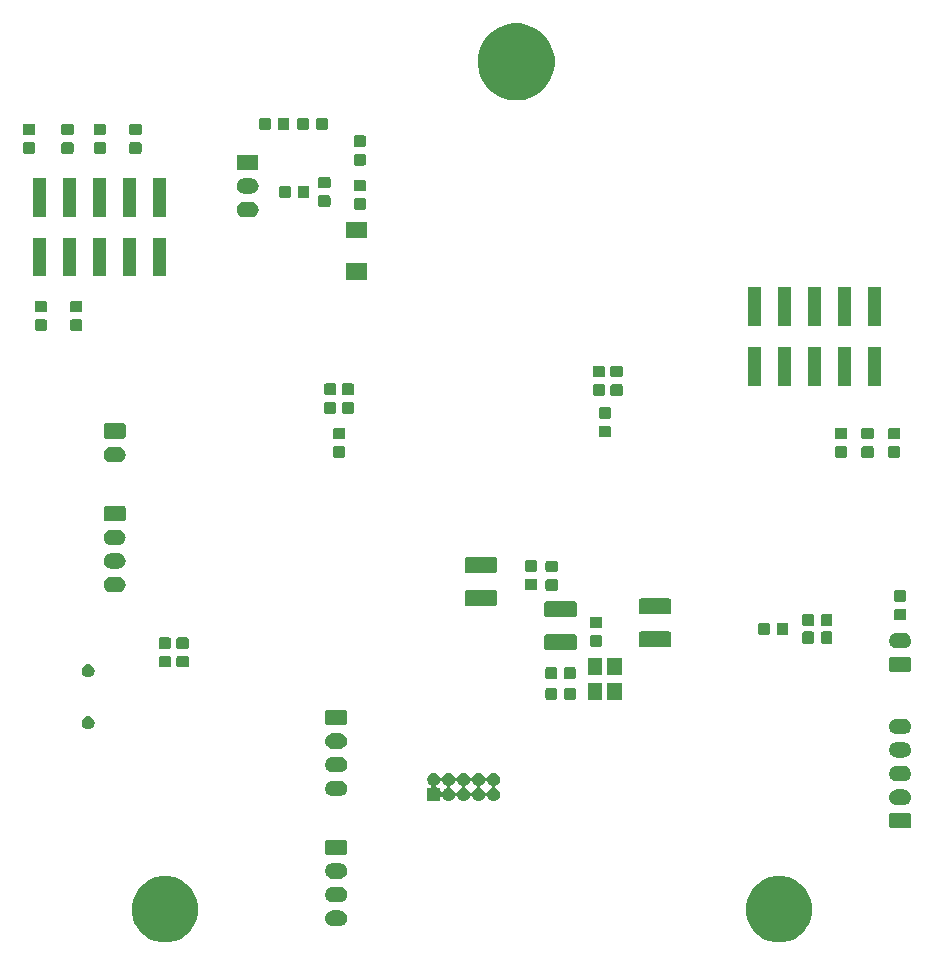
<source format=gbs>
G04 This is an RS-274x file exported by *
G04 gerbv version 2.6A *
G04 More information is available about gerbv at *
G04 http://gerbv.geda-project.org/ *
G04 --End of header info--*
%MOIN*%
%FSLAX34Y34*%
%IPPOS*%
G04 --Define apertures--*
%ADD10C,0.0039*%
G04 --Start main section--*
G54D10*
G36*
G01X0076404Y-051892D02*
G01X0076605Y-051976D01*
G01X0076605Y-051976D01*
G01X0076786Y-052096D01*
G01X0076939Y-052250D01*
G01X0077060Y-052430D01*
G01X0077060Y-052430D01*
G01X0077143Y-052631D01*
G01X0077185Y-052844D01*
G01X0077185Y-053061D01*
G01X0077143Y-053274D01*
G01X0077065Y-053462D01*
G01X0077060Y-053475D01*
G01X0076939Y-053656D01*
G01X0076786Y-053809D01*
G01X0076605Y-053930D01*
G01X0076605Y-053930D01*
G01X0076605Y-053930D01*
G01X0076404Y-054013D01*
G01X0076191Y-054056D01*
G01X0075974Y-054056D01*
G01X0075761Y-054013D01*
G01X0075560Y-053930D01*
G01X0075560Y-053930D01*
G01X0075560Y-053930D01*
G01X0075380Y-053809D01*
G01X0075226Y-053656D01*
G01X0075105Y-053475D01*
G01X0075100Y-053462D01*
G01X0075022Y-053274D01*
G01X0074980Y-053061D01*
G01X0074980Y-052844D01*
G01X0075022Y-052631D01*
G01X0075105Y-052430D01*
G01X0075105Y-052430D01*
G01X0075226Y-052250D01*
G01X0075380Y-052096D01*
G01X0075560Y-051976D01*
G01X0075560Y-051976D01*
G01X0075761Y-051892D01*
G01X0075974Y-051850D01*
G01X0076191Y-051850D01*
G01X0076404Y-051892D01*
G01X0076404Y-051892D01*
G37*
G36*
G01X0096877Y-051892D02*
G01X0097077Y-051976D01*
G01X0097077Y-051976D01*
G01X0097258Y-052096D01*
G01X0097412Y-052250D01*
G01X0097532Y-052430D01*
G01X0097532Y-052430D01*
G01X0097615Y-052631D01*
G01X0097658Y-052844D01*
G01X0097658Y-053061D01*
G01X0097615Y-053274D01*
G01X0097538Y-053462D01*
G01X0097532Y-053475D01*
G01X0097412Y-053656D01*
G01X0097258Y-053809D01*
G01X0097077Y-053930D01*
G01X0097077Y-053930D01*
G01X0097077Y-053930D01*
G01X0096877Y-054013D01*
G01X0096664Y-054056D01*
G01X0096447Y-054056D01*
G01X0096233Y-054013D01*
G01X0096033Y-053930D01*
G01X0096033Y-053930D01*
G01X0096033Y-053930D01*
G01X0095852Y-053809D01*
G01X0095699Y-053656D01*
G01X0095578Y-053475D01*
G01X0095573Y-053462D01*
G01X0095495Y-053274D01*
G01X0095452Y-053061D01*
G01X0095452Y-052844D01*
G01X0095495Y-052631D01*
G01X0095578Y-052430D01*
G01X0095578Y-052430D01*
G01X0095699Y-052250D01*
G01X0095852Y-052096D01*
G01X0096033Y-051976D01*
G01X0096033Y-051976D01*
G01X0096233Y-051892D01*
G01X0096447Y-051850D01*
G01X0096664Y-051850D01*
G01X0096877Y-051892D01*
G01X0096877Y-051892D01*
G37*
G36*
G01X0081925Y-052993D02*
G01X0081950Y-052995D01*
G01X0081986Y-053006D01*
G01X0081998Y-053010D01*
G01X0082043Y-053034D01*
G01X0082082Y-053066D01*
G01X0082114Y-053105D01*
G01X0082138Y-053149D01*
G01X0082138Y-053149D01*
G01X0082152Y-053198D01*
G01X0082157Y-053248D01*
G01X0082152Y-053298D01*
G01X0082141Y-053334D01*
G01X0082138Y-053347D01*
G01X0082114Y-053391D01*
G01X0082082Y-053430D01*
G01X0082043Y-053462D01*
G01X0081998Y-053486D01*
G01X0081986Y-053490D01*
G01X0081950Y-053501D01*
G01X0081925Y-053503D01*
G01X0081912Y-053504D01*
G01X0081670Y-053504D01*
G01X0081658Y-053503D01*
G01X0081633Y-053501D01*
G01X0081597Y-053490D01*
G01X0081585Y-053486D01*
G01X0081540Y-053462D01*
G01X0081501Y-053430D01*
G01X0081469Y-053391D01*
G01X0081445Y-053347D01*
G01X0081441Y-053334D01*
G01X0081430Y-053298D01*
G01X0081426Y-053248D01*
G01X0081430Y-053198D01*
G01X0081445Y-053149D01*
G01X0081445Y-053149D01*
G01X0081469Y-053105D01*
G01X0081501Y-053066D01*
G01X0081540Y-053034D01*
G01X0081585Y-053010D01*
G01X0081597Y-053006D01*
G01X0081633Y-052995D01*
G01X0081658Y-052993D01*
G01X0081670Y-052992D01*
G01X0081912Y-052992D01*
G01X0081925Y-052993D01*
G01X0081925Y-052993D01*
G37*
G36*
G01X0081925Y-052206D02*
G01X0081950Y-052208D01*
G01X0081986Y-052219D01*
G01X0081998Y-052223D01*
G01X0082043Y-052246D01*
G01X0082082Y-052279D01*
G01X0082114Y-052318D01*
G01X0082138Y-052362D01*
G01X0082138Y-052362D01*
G01X0082152Y-052410D01*
G01X0082157Y-052461D01*
G01X0082152Y-052511D01*
G01X0082141Y-052547D01*
G01X0082138Y-052559D01*
G01X0082114Y-052604D01*
G01X0082082Y-052643D01*
G01X0082043Y-052675D01*
G01X0081998Y-052699D01*
G01X0081986Y-052702D01*
G01X0081950Y-052713D01*
G01X0081925Y-052716D01*
G01X0081912Y-052717D01*
G01X0081670Y-052717D01*
G01X0081658Y-052716D01*
G01X0081633Y-052713D01*
G01X0081597Y-052702D01*
G01X0081585Y-052699D01*
G01X0081540Y-052675D01*
G01X0081501Y-052643D01*
G01X0081469Y-052604D01*
G01X0081445Y-052559D01*
G01X0081441Y-052547D01*
G01X0081430Y-052511D01*
G01X0081426Y-052461D01*
G01X0081430Y-052410D01*
G01X0081445Y-052362D01*
G01X0081445Y-052362D01*
G01X0081469Y-052318D01*
G01X0081501Y-052279D01*
G01X0081540Y-052246D01*
G01X0081585Y-052223D01*
G01X0081597Y-052219D01*
G01X0081633Y-052208D01*
G01X0081658Y-052206D01*
G01X0081670Y-052204D01*
G01X0081912Y-052204D01*
G01X0081925Y-052206D01*
G01X0081925Y-052206D01*
G37*
G36*
G01X0081925Y-051418D02*
G01X0081950Y-051421D01*
G01X0081986Y-051431D01*
G01X0081998Y-051435D01*
G01X0082043Y-051459D01*
G01X0082082Y-051491D01*
G01X0082114Y-051530D01*
G01X0082138Y-051575D01*
G01X0082138Y-051575D01*
G01X0082152Y-051623D01*
G01X0082157Y-051673D01*
G01X0082152Y-051723D01*
G01X0082141Y-051759D01*
G01X0082138Y-051772D01*
G01X0082114Y-051816D01*
G01X0082082Y-051855D01*
G01X0082043Y-051887D01*
G01X0081998Y-051911D01*
G01X0081986Y-051915D01*
G01X0081950Y-051926D01*
G01X0081925Y-051928D01*
G01X0081912Y-051930D01*
G01X0081670Y-051930D01*
G01X0081658Y-051928D01*
G01X0081633Y-051926D01*
G01X0081597Y-051915D01*
G01X0081585Y-051911D01*
G01X0081540Y-051887D01*
G01X0081501Y-051855D01*
G01X0081469Y-051816D01*
G01X0081445Y-051772D01*
G01X0081441Y-051759D01*
G01X0081430Y-051723D01*
G01X0081426Y-051673D01*
G01X0081430Y-051623D01*
G01X0081445Y-051575D01*
G01X0081445Y-051575D01*
G01X0081469Y-051530D01*
G01X0081501Y-051491D01*
G01X0081540Y-051459D01*
G01X0081585Y-051435D01*
G01X0081597Y-051431D01*
G01X0081633Y-051421D01*
G01X0081658Y-051418D01*
G01X0081670Y-051417D01*
G01X0081912Y-051417D01*
G01X0081925Y-051418D01*
G01X0081925Y-051418D01*
G37*
G36*
G01X0082093Y-050631D02*
G01X0082108Y-050636D01*
G01X0082121Y-050643D01*
G01X0082133Y-050653D01*
G01X0082143Y-050664D01*
G01X0082150Y-050678D01*
G01X0082154Y-050692D01*
G01X0082156Y-050710D01*
G01X0082156Y-051062D01*
G01X0082154Y-051079D01*
G01X0082150Y-051094D01*
G01X0082143Y-051107D01*
G01X0082133Y-051119D01*
G01X0082121Y-051129D01*
G01X0082108Y-051136D01*
G01X0082093Y-051140D01*
G01X0082075Y-051142D01*
G01X0081507Y-051142D01*
G01X0081490Y-051140D01*
G01X0081475Y-051136D01*
G01X0081462Y-051129D01*
G01X0081450Y-051119D01*
G01X0081440Y-051107D01*
G01X0081433Y-051094D01*
G01X0081429Y-051079D01*
G01X0081427Y-051062D01*
G01X0081427Y-050710D01*
G01X0081429Y-050692D01*
G01X0081433Y-050678D01*
G01X0081440Y-050664D01*
G01X0081450Y-050653D01*
G01X0081462Y-050643D01*
G01X0081475Y-050636D01*
G01X0081490Y-050631D01*
G01X0081507Y-050630D01*
G01X0082075Y-050630D01*
G01X0082093Y-050631D01*
G01X0082093Y-050631D01*
G37*
G36*
G01X0100892Y-049745D02*
G01X0100907Y-049750D01*
G01X0100920Y-049757D01*
G01X0100932Y-049767D01*
G01X0100942Y-049779D01*
G01X0100949Y-049792D01*
G01X0100953Y-049807D01*
G01X0100955Y-049824D01*
G01X0100955Y-050176D01*
G01X0100953Y-050193D01*
G01X0100949Y-050208D01*
G01X0100942Y-050221D01*
G01X0100932Y-050233D01*
G01X0100920Y-050243D01*
G01X0100907Y-050250D01*
G01X0100892Y-050255D01*
G01X0100875Y-050256D01*
G01X0100306Y-050256D01*
G01X0100289Y-050255D01*
G01X0100274Y-050250D01*
G01X0100261Y-050243D01*
G01X0100249Y-050233D01*
G01X0100239Y-050221D01*
G01X0100232Y-050208D01*
G01X0100228Y-050193D01*
G01X0100226Y-050176D01*
G01X0100226Y-049824D01*
G01X0100228Y-049807D01*
G01X0100232Y-049792D01*
G01X0100239Y-049779D01*
G01X0100249Y-049767D01*
G01X0100261Y-049757D01*
G01X0100274Y-049750D01*
G01X0100289Y-049745D01*
G01X0100306Y-049744D01*
G01X0100875Y-049744D01*
G01X0100892Y-049745D01*
G01X0100892Y-049745D01*
G37*
G36*
G01X0100724Y-048958D02*
G01X0100749Y-048960D01*
G01X0100774Y-048968D01*
G01X0100797Y-048975D01*
G01X0100842Y-048998D01*
G01X0100881Y-049030D01*
G01X0100913Y-049070D01*
G01X0100937Y-049114D01*
G01X0100937Y-049114D01*
G01X0100951Y-049162D01*
G01X0100956Y-049213D01*
G01X0100951Y-049263D01*
G01X0100942Y-049295D01*
G01X0100937Y-049311D01*
G01X0100913Y-049356D01*
G01X0100881Y-049395D01*
G01X0100842Y-049427D01*
G01X0100797Y-049451D01*
G01X0100785Y-049454D01*
G01X0100749Y-049465D01*
G01X0100724Y-049468D01*
G01X0100711Y-049469D01*
G01X0100470Y-049469D01*
G01X0100457Y-049468D01*
G01X0100432Y-049465D01*
G01X0100396Y-049454D01*
G01X0100384Y-049451D01*
G01X0100339Y-049427D01*
G01X0100300Y-049395D01*
G01X0100268Y-049356D01*
G01X0100244Y-049311D01*
G01X0100240Y-049295D01*
G01X0100230Y-049263D01*
G01X0100225Y-049213D01*
G01X0100230Y-049162D01*
G01X0100244Y-049114D01*
G01X0100244Y-049114D01*
G01X0100268Y-049070D01*
G01X0100300Y-049030D01*
G01X0100339Y-048998D01*
G01X0100384Y-048975D01*
G01X0100407Y-048968D01*
G01X0100432Y-048960D01*
G01X0100457Y-048958D01*
G01X0100470Y-048956D01*
G01X0100711Y-048956D01*
G01X0100724Y-048958D01*
G01X0100724Y-048958D01*
G37*
G36*
G01X0085082Y-048400D02*
G01X0085123Y-048413D01*
G01X0085133Y-048419D01*
G01X0085160Y-048433D01*
G01X0085194Y-048460D01*
G01X0085221Y-048493D01*
G01X0085235Y-048520D01*
G01X0085241Y-048531D01*
G01X0085242Y-048536D01*
G01X0085246Y-048545D01*
G01X0085251Y-048553D01*
G01X0085258Y-048560D01*
G01X0085266Y-048565D01*
G01X0085275Y-048569D01*
G01X0085285Y-048570D01*
G01X0085294Y-048570D01*
G01X0085304Y-048569D01*
G01X0085313Y-048565D01*
G01X0085321Y-048560D01*
G01X0085327Y-048553D01*
G01X0085333Y-048545D01*
G01X0085336Y-048536D01*
G01X0085338Y-048531D01*
G01X0085344Y-048520D01*
G01X0085358Y-048493D01*
G01X0085385Y-048460D01*
G01X0085418Y-048433D01*
G01X0085445Y-048419D01*
G01X0085456Y-048413D01*
G01X0085497Y-048400D01*
G01X0085529Y-048397D01*
G01X0085550Y-048397D01*
G01X0085582Y-048400D01*
G01X0085623Y-048413D01*
G01X0085633Y-048419D01*
G01X0085660Y-048433D01*
G01X0085694Y-048460D01*
G01X0085721Y-048493D01*
G01X0085735Y-048520D01*
G01X0085741Y-048531D01*
G01X0085742Y-048536D01*
G01X0085746Y-048545D01*
G01X0085751Y-048553D01*
G01X0085758Y-048560D01*
G01X0085766Y-048565D01*
G01X0085775Y-048569D01*
G01X0085785Y-048570D01*
G01X0085794Y-048570D01*
G01X0085804Y-048569D01*
G01X0085813Y-048565D01*
G01X0085821Y-048560D01*
G01X0085827Y-048553D01*
G01X0085833Y-048545D01*
G01X0085836Y-048536D01*
G01X0085838Y-048531D01*
G01X0085844Y-048520D01*
G01X0085858Y-048493D01*
G01X0085885Y-048460D01*
G01X0085918Y-048433D01*
G01X0085945Y-048419D01*
G01X0085956Y-048413D01*
G01X0085997Y-048400D01*
G01X0086029Y-048397D01*
G01X0086050Y-048397D01*
G01X0086082Y-048400D01*
G01X0086123Y-048413D01*
G01X0086133Y-048419D01*
G01X0086160Y-048433D01*
G01X0086194Y-048460D01*
G01X0086221Y-048493D01*
G01X0086235Y-048520D01*
G01X0086241Y-048531D01*
G01X0086242Y-048536D01*
G01X0086246Y-048545D01*
G01X0086251Y-048553D01*
G01X0086258Y-048560D01*
G01X0086266Y-048565D01*
G01X0086275Y-048569D01*
G01X0086285Y-048570D01*
G01X0086294Y-048570D01*
G01X0086304Y-048569D01*
G01X0086313Y-048565D01*
G01X0086321Y-048560D01*
G01X0086327Y-048553D01*
G01X0086333Y-048545D01*
G01X0086336Y-048536D01*
G01X0086338Y-048531D01*
G01X0086344Y-048520D01*
G01X0086358Y-048493D01*
G01X0086385Y-048460D01*
G01X0086418Y-048433D01*
G01X0086445Y-048419D01*
G01X0086456Y-048413D01*
G01X0086497Y-048400D01*
G01X0086529Y-048397D01*
G01X0086550Y-048397D01*
G01X0086582Y-048400D01*
G01X0086623Y-048413D01*
G01X0086633Y-048419D01*
G01X0086660Y-048433D01*
G01X0086694Y-048460D01*
G01X0086721Y-048493D01*
G01X0086735Y-048520D01*
G01X0086741Y-048531D01*
G01X0086742Y-048536D01*
G01X0086746Y-048545D01*
G01X0086751Y-048553D01*
G01X0086758Y-048560D01*
G01X0086766Y-048565D01*
G01X0086775Y-048569D01*
G01X0086785Y-048570D01*
G01X0086794Y-048570D01*
G01X0086804Y-048569D01*
G01X0086813Y-048565D01*
G01X0086821Y-048560D01*
G01X0086827Y-048553D01*
G01X0086833Y-048545D01*
G01X0086836Y-048536D01*
G01X0086838Y-048531D01*
G01X0086844Y-048520D01*
G01X0086858Y-048493D01*
G01X0086885Y-048460D01*
G01X0086918Y-048433D01*
G01X0086945Y-048419D01*
G01X0086956Y-048413D01*
G01X0086997Y-048400D01*
G01X0087029Y-048397D01*
G01X0087050Y-048397D01*
G01X0087082Y-048400D01*
G01X0087123Y-048413D01*
G01X0087133Y-048419D01*
G01X0087160Y-048433D01*
G01X0087194Y-048460D01*
G01X0087221Y-048493D01*
G01X0087235Y-048520D01*
G01X0087241Y-048531D01*
G01X0087253Y-048572D01*
G01X0087257Y-048614D01*
G01X0087253Y-048657D01*
G01X0087241Y-048698D01*
G01X0087241Y-048698D01*
G01X0087221Y-048735D01*
G01X0087194Y-048768D01*
G01X0087160Y-048795D01*
G01X0087139Y-048807D01*
G01X0087123Y-048816D01*
G01X0087118Y-048817D01*
G01X0087109Y-048821D01*
G01X0087101Y-048826D01*
G01X0087094Y-048833D01*
G01X0087089Y-048841D01*
G01X0087085Y-048850D01*
G01X0087083Y-048859D01*
G01X0087083Y-048869D01*
G01X0087085Y-048878D01*
G01X0087089Y-048887D01*
G01X0087094Y-048895D01*
G01X0087101Y-048902D01*
G01X0087109Y-048908D01*
G01X0087118Y-048911D01*
G01X0087123Y-048913D01*
G01X0087131Y-048917D01*
G01X0087160Y-048933D01*
G01X0087194Y-048960D01*
G01X0087221Y-048993D01*
G01X0087233Y-049016D01*
G01X0087241Y-049031D01*
G01X0087253Y-049072D01*
G01X0087257Y-049114D01*
G01X0087253Y-049157D01*
G01X0087241Y-049198D01*
G01X0087241Y-049198D01*
G01X0087221Y-049235D01*
G01X0087194Y-049268D01*
G01X0087160Y-049295D01*
G01X0087133Y-049310D01*
G01X0087123Y-049316D01*
G01X0087082Y-049328D01*
G01X0087050Y-049331D01*
G01X0087029Y-049331D01*
G01X0086997Y-049328D01*
G01X0086956Y-049316D01*
G01X0086945Y-049310D01*
G01X0086918Y-049295D01*
G01X0086885Y-049268D01*
G01X0086858Y-049235D01*
G01X0086838Y-049198D01*
G01X0086838Y-049198D01*
G01X0086836Y-049193D01*
G01X0086833Y-049184D01*
G01X0086827Y-049176D01*
G01X0086821Y-049169D01*
G01X0086813Y-049163D01*
G01X0086804Y-049160D01*
G01X0086794Y-049158D01*
G01X0086785Y-049158D01*
G01X0086775Y-049160D01*
G01X0086766Y-049163D01*
G01X0086758Y-049169D01*
G01X0086751Y-049176D01*
G01X0086746Y-049184D01*
G01X0086742Y-049193D01*
G01X0086741Y-049198D01*
G01X0086741Y-049198D01*
G01X0086721Y-049235D01*
G01X0086694Y-049268D01*
G01X0086660Y-049295D01*
G01X0086633Y-049310D01*
G01X0086623Y-049316D01*
G01X0086582Y-049328D01*
G01X0086550Y-049331D01*
G01X0086529Y-049331D01*
G01X0086497Y-049328D01*
G01X0086456Y-049316D01*
G01X0086445Y-049310D01*
G01X0086418Y-049295D01*
G01X0086385Y-049268D01*
G01X0086358Y-049235D01*
G01X0086338Y-049198D01*
G01X0086338Y-049198D01*
G01X0086336Y-049193D01*
G01X0086333Y-049184D01*
G01X0086327Y-049176D01*
G01X0086321Y-049169D01*
G01X0086313Y-049163D01*
G01X0086304Y-049160D01*
G01X0086294Y-049158D01*
G01X0086285Y-049158D01*
G01X0086275Y-049160D01*
G01X0086266Y-049163D01*
G01X0086258Y-049169D01*
G01X0086251Y-049176D01*
G01X0086246Y-049184D01*
G01X0086242Y-049193D01*
G01X0086241Y-049198D01*
G01X0086241Y-049198D01*
G01X0086221Y-049235D01*
G01X0086194Y-049268D01*
G01X0086160Y-049295D01*
G01X0086133Y-049310D01*
G01X0086123Y-049316D01*
G01X0086082Y-049328D01*
G01X0086050Y-049331D01*
G01X0086029Y-049331D01*
G01X0085997Y-049328D01*
G01X0085956Y-049316D01*
G01X0085945Y-049310D01*
G01X0085918Y-049295D01*
G01X0085885Y-049268D01*
G01X0085858Y-049235D01*
G01X0085838Y-049198D01*
G01X0085838Y-049198D01*
G01X0085836Y-049193D01*
G01X0085833Y-049184D01*
G01X0085827Y-049176D01*
G01X0085821Y-049169D01*
G01X0085813Y-049163D01*
G01X0085804Y-049160D01*
G01X0085794Y-049158D01*
G01X0085785Y-049158D01*
G01X0085775Y-049160D01*
G01X0085766Y-049163D01*
G01X0085758Y-049169D01*
G01X0085751Y-049176D01*
G01X0085746Y-049184D01*
G01X0085742Y-049193D01*
G01X0085741Y-049198D01*
G01X0085741Y-049198D01*
G01X0085721Y-049235D01*
G01X0085694Y-049268D01*
G01X0085660Y-049295D01*
G01X0085633Y-049310D01*
G01X0085623Y-049316D01*
G01X0085582Y-049328D01*
G01X0085550Y-049331D01*
G01X0085529Y-049331D01*
G01X0085497Y-049328D01*
G01X0085456Y-049316D01*
G01X0085445Y-049310D01*
G01X0085418Y-049295D01*
G01X0085385Y-049268D01*
G01X0085358Y-049235D01*
G01X0085358Y-049235D01*
G01X0085349Y-049218D01*
G01X0085344Y-049210D01*
G01X0085337Y-049203D01*
G01X0085329Y-049198D01*
G01X0085320Y-049194D01*
G01X0085310Y-049192D01*
G01X0085301Y-049192D01*
G01X0085291Y-049194D01*
G01X0085282Y-049198D01*
G01X0085274Y-049203D01*
G01X0085267Y-049210D01*
G01X0085262Y-049218D01*
G01X0085258Y-049227D01*
G01X0085257Y-049236D01*
G01X0085256Y-049241D01*
G01X0085256Y-049331D01*
G01X0084822Y-049331D01*
G01X0084822Y-048897D01*
G01X0084912Y-048897D01*
G01X0084922Y-048896D01*
G01X0084931Y-048893D01*
G01X0084940Y-048889D01*
G01X0084947Y-048883D01*
G01X0084953Y-048875D01*
G01X0084958Y-048867D01*
G01X0084961Y-048858D01*
G01X0084962Y-048848D01*
G01X0084961Y-048843D01*
G01X0085117Y-048843D01*
G01X0085117Y-048853D01*
G01X0085119Y-048862D01*
G01X0085123Y-048871D01*
G01X0085128Y-048879D01*
G01X0085135Y-048886D01*
G01X0085143Y-048891D01*
G01X0085152Y-048895D01*
G01X0085162Y-048897D01*
G01X0085166Y-048897D01*
G01X0085256Y-048897D01*
G01X0085256Y-048987D01*
G01X0085257Y-048997D01*
G01X0085260Y-049006D01*
G01X0085265Y-049014D01*
G01X0085271Y-049022D01*
G01X0085278Y-049028D01*
G01X0085287Y-049033D01*
G01X0085296Y-049035D01*
G01X0085306Y-049036D01*
G01X0085315Y-049035D01*
G01X0085324Y-049033D01*
G01X0085333Y-049028D01*
G01X0085340Y-049022D01*
G01X0085346Y-049014D01*
G01X0085349Y-049010D01*
G01X0085358Y-048993D01*
G01X0085385Y-048960D01*
G01X0085390Y-048956D01*
G01X0085418Y-048933D01*
G01X0085447Y-048917D01*
G01X0085456Y-048913D01*
G01X0085461Y-048911D01*
G01X0085470Y-048908D01*
G01X0085478Y-048902D01*
G01X0085485Y-048895D01*
G01X0085490Y-048887D01*
G01X0085494Y-048878D01*
G01X0085496Y-048869D01*
G01X0085496Y-048859D01*
G01X0085496Y-048859D01*
G01X0085583Y-048859D01*
G01X0085583Y-048869D01*
G01X0085585Y-048878D01*
G01X0085589Y-048887D01*
G01X0085594Y-048895D01*
G01X0085601Y-048902D01*
G01X0085609Y-048908D01*
G01X0085618Y-048911D01*
G01X0085623Y-048913D01*
G01X0085631Y-048917D01*
G01X0085660Y-048933D01*
G01X0085694Y-048960D01*
G01X0085721Y-048993D01*
G01X0085733Y-049016D01*
G01X0085741Y-049031D01*
G01X0085742Y-049036D01*
G01X0085746Y-049045D01*
G01X0085751Y-049053D01*
G01X0085758Y-049060D01*
G01X0085766Y-049065D01*
G01X0085775Y-049069D01*
G01X0085785Y-049070D01*
G01X0085794Y-049070D01*
G01X0085804Y-049069D01*
G01X0085813Y-049065D01*
G01X0085821Y-049060D01*
G01X0085827Y-049053D01*
G01X0085833Y-049045D01*
G01X0085836Y-049036D01*
G01X0085838Y-049031D01*
G01X0085846Y-049016D01*
G01X0085858Y-048993D01*
G01X0085885Y-048960D01*
G01X0085918Y-048933D01*
G01X0085947Y-048917D01*
G01X0085956Y-048913D01*
G01X0085961Y-048911D01*
G01X0085970Y-048908D01*
G01X0085978Y-048902D01*
G01X0085985Y-048895D01*
G01X0085990Y-048887D01*
G01X0085994Y-048878D01*
G01X0085996Y-048869D01*
G01X0085996Y-048859D01*
G01X0085996Y-048859D01*
G01X0086083Y-048859D01*
G01X0086083Y-048869D01*
G01X0086085Y-048878D01*
G01X0086089Y-048887D01*
G01X0086094Y-048895D01*
G01X0086101Y-048902D01*
G01X0086109Y-048908D01*
G01X0086118Y-048911D01*
G01X0086123Y-048913D01*
G01X0086131Y-048917D01*
G01X0086160Y-048933D01*
G01X0086194Y-048960D01*
G01X0086221Y-048993D01*
G01X0086233Y-049016D01*
G01X0086241Y-049031D01*
G01X0086242Y-049036D01*
G01X0086246Y-049045D01*
G01X0086251Y-049053D01*
G01X0086258Y-049060D01*
G01X0086266Y-049065D01*
G01X0086275Y-049069D01*
G01X0086285Y-049070D01*
G01X0086294Y-049070D01*
G01X0086304Y-049069D01*
G01X0086313Y-049065D01*
G01X0086321Y-049060D01*
G01X0086327Y-049053D01*
G01X0086333Y-049045D01*
G01X0086336Y-049036D01*
G01X0086338Y-049031D01*
G01X0086346Y-049016D01*
G01X0086358Y-048993D01*
G01X0086385Y-048960D01*
G01X0086418Y-048933D01*
G01X0086447Y-048917D01*
G01X0086456Y-048913D01*
G01X0086461Y-048911D01*
G01X0086470Y-048908D01*
G01X0086478Y-048902D01*
G01X0086485Y-048895D01*
G01X0086490Y-048887D01*
G01X0086494Y-048878D01*
G01X0086496Y-048869D01*
G01X0086496Y-048859D01*
G01X0086496Y-048859D01*
G01X0086583Y-048859D01*
G01X0086583Y-048869D01*
G01X0086585Y-048878D01*
G01X0086589Y-048887D01*
G01X0086594Y-048895D01*
G01X0086601Y-048902D01*
G01X0086609Y-048908D01*
G01X0086618Y-048911D01*
G01X0086623Y-048913D01*
G01X0086631Y-048917D01*
G01X0086660Y-048933D01*
G01X0086694Y-048960D01*
G01X0086721Y-048993D01*
G01X0086733Y-049016D01*
G01X0086741Y-049031D01*
G01X0086742Y-049036D01*
G01X0086746Y-049045D01*
G01X0086751Y-049053D01*
G01X0086758Y-049060D01*
G01X0086766Y-049065D01*
G01X0086775Y-049069D01*
G01X0086785Y-049070D01*
G01X0086794Y-049070D01*
G01X0086804Y-049069D01*
G01X0086813Y-049065D01*
G01X0086821Y-049060D01*
G01X0086827Y-049053D01*
G01X0086833Y-049045D01*
G01X0086836Y-049036D01*
G01X0086838Y-049031D01*
G01X0086846Y-049016D01*
G01X0086858Y-048993D01*
G01X0086885Y-048960D01*
G01X0086918Y-048933D01*
G01X0086947Y-048917D01*
G01X0086956Y-048913D01*
G01X0086961Y-048911D01*
G01X0086970Y-048908D01*
G01X0086978Y-048902D01*
G01X0086985Y-048895D01*
G01X0086990Y-048887D01*
G01X0086994Y-048878D01*
G01X0086996Y-048869D01*
G01X0086996Y-048859D01*
G01X0086994Y-048850D01*
G01X0086990Y-048841D01*
G01X0086985Y-048833D01*
G01X0086978Y-048826D01*
G01X0086970Y-048821D01*
G01X0086961Y-048817D01*
G01X0086956Y-048816D01*
G01X0086940Y-048807D01*
G01X0086918Y-048795D01*
G01X0086885Y-048768D01*
G01X0086858Y-048735D01*
G01X0086838Y-048698D01*
G01X0086838Y-048698D01*
G01X0086836Y-048693D01*
G01X0086833Y-048684D01*
G01X0086827Y-048676D01*
G01X0086821Y-048669D01*
G01X0086813Y-048663D01*
G01X0086804Y-048660D01*
G01X0086794Y-048658D01*
G01X0086785Y-048658D01*
G01X0086775Y-048660D01*
G01X0086766Y-048663D01*
G01X0086758Y-048669D01*
G01X0086751Y-048676D01*
G01X0086746Y-048684D01*
G01X0086742Y-048693D01*
G01X0086741Y-048698D01*
G01X0086741Y-048698D01*
G01X0086721Y-048735D01*
G01X0086694Y-048768D01*
G01X0086660Y-048795D01*
G01X0086639Y-048807D01*
G01X0086623Y-048816D01*
G01X0086618Y-048817D01*
G01X0086609Y-048821D01*
G01X0086601Y-048826D01*
G01X0086594Y-048833D01*
G01X0086589Y-048841D01*
G01X0086585Y-048850D01*
G01X0086583Y-048859D01*
G01X0086496Y-048859D01*
G01X0086494Y-048850D01*
G01X0086490Y-048841D01*
G01X0086485Y-048833D01*
G01X0086478Y-048826D01*
G01X0086470Y-048821D01*
G01X0086461Y-048817D01*
G01X0086456Y-048816D01*
G01X0086440Y-048807D01*
G01X0086418Y-048795D01*
G01X0086385Y-048768D01*
G01X0086358Y-048735D01*
G01X0086338Y-048698D01*
G01X0086338Y-048698D01*
G01X0086336Y-048693D01*
G01X0086333Y-048684D01*
G01X0086327Y-048676D01*
G01X0086321Y-048669D01*
G01X0086313Y-048663D01*
G01X0086304Y-048660D01*
G01X0086294Y-048658D01*
G01X0086285Y-048658D01*
G01X0086275Y-048660D01*
G01X0086266Y-048663D01*
G01X0086258Y-048669D01*
G01X0086251Y-048676D01*
G01X0086246Y-048684D01*
G01X0086242Y-048693D01*
G01X0086241Y-048698D01*
G01X0086241Y-048698D01*
G01X0086221Y-048735D01*
G01X0086194Y-048768D01*
G01X0086160Y-048795D01*
G01X0086139Y-048807D01*
G01X0086123Y-048816D01*
G01X0086118Y-048817D01*
G01X0086109Y-048821D01*
G01X0086101Y-048826D01*
G01X0086094Y-048833D01*
G01X0086089Y-048841D01*
G01X0086085Y-048850D01*
G01X0086083Y-048859D01*
G01X0085996Y-048859D01*
G01X0085994Y-048850D01*
G01X0085990Y-048841D01*
G01X0085985Y-048833D01*
G01X0085978Y-048826D01*
G01X0085970Y-048821D01*
G01X0085961Y-048817D01*
G01X0085956Y-048816D01*
G01X0085940Y-048807D01*
G01X0085918Y-048795D01*
G01X0085885Y-048768D01*
G01X0085858Y-048735D01*
G01X0085838Y-048698D01*
G01X0085838Y-048698D01*
G01X0085836Y-048693D01*
G01X0085833Y-048684D01*
G01X0085827Y-048676D01*
G01X0085821Y-048669D01*
G01X0085813Y-048663D01*
G01X0085804Y-048660D01*
G01X0085794Y-048658D01*
G01X0085785Y-048658D01*
G01X0085775Y-048660D01*
G01X0085766Y-048663D01*
G01X0085758Y-048669D01*
G01X0085751Y-048676D01*
G01X0085746Y-048684D01*
G01X0085742Y-048693D01*
G01X0085741Y-048698D01*
G01X0085741Y-048698D01*
G01X0085721Y-048735D01*
G01X0085694Y-048768D01*
G01X0085660Y-048795D01*
G01X0085639Y-048807D01*
G01X0085623Y-048816D01*
G01X0085618Y-048817D01*
G01X0085609Y-048821D01*
G01X0085601Y-048826D01*
G01X0085594Y-048833D01*
G01X0085589Y-048841D01*
G01X0085585Y-048850D01*
G01X0085583Y-048859D01*
G01X0085496Y-048859D01*
G01X0085494Y-048850D01*
G01X0085490Y-048841D01*
G01X0085485Y-048833D01*
G01X0085478Y-048826D01*
G01X0085470Y-048821D01*
G01X0085461Y-048817D01*
G01X0085456Y-048816D01*
G01X0085440Y-048807D01*
G01X0085418Y-048795D01*
G01X0085385Y-048768D01*
G01X0085358Y-048735D01*
G01X0085338Y-048698D01*
G01X0085338Y-048698D01*
G01X0085336Y-048693D01*
G01X0085333Y-048684D01*
G01X0085327Y-048676D01*
G01X0085321Y-048669D01*
G01X0085313Y-048663D01*
G01X0085304Y-048660D01*
G01X0085294Y-048658D01*
G01X0085285Y-048658D01*
G01X0085275Y-048660D01*
G01X0085266Y-048663D01*
G01X0085258Y-048669D01*
G01X0085251Y-048676D01*
G01X0085246Y-048684D01*
G01X0085242Y-048693D01*
G01X0085241Y-048698D01*
G01X0085241Y-048698D01*
G01X0085221Y-048735D01*
G01X0085194Y-048768D01*
G01X0085160Y-048795D01*
G01X0085143Y-048805D01*
G01X0085135Y-048810D01*
G01X0085128Y-048817D01*
G01X0085123Y-048825D01*
G01X0085119Y-048834D01*
G01X0085117Y-048843D01*
G01X0084961Y-048843D01*
G01X0084961Y-048838D01*
G01X0084958Y-048829D01*
G01X0084953Y-048821D01*
G01X0084947Y-048813D01*
G01X0084940Y-048807D01*
G01X0084936Y-048805D01*
G01X0084918Y-048795D01*
G01X0084885Y-048768D01*
G01X0084858Y-048735D01*
G01X0084838Y-048698D01*
G01X0084838Y-048698D01*
G01X0084826Y-048657D01*
G01X0084821Y-048614D01*
G01X0084826Y-048572D01*
G01X0084838Y-048531D01*
G01X0084844Y-048520D01*
G01X0084858Y-048493D01*
G01X0084885Y-048460D01*
G01X0084918Y-048433D01*
G01X0084945Y-048419D01*
G01X0084956Y-048413D01*
G01X0084997Y-048400D01*
G01X0085029Y-048397D01*
G01X0085050Y-048397D01*
G01X0085082Y-048400D01*
G01X0085082Y-048400D01*
G37*
G36*
G01X0081925Y-048662D02*
G01X0081950Y-048665D01*
G01X0081986Y-048676D01*
G01X0081998Y-048679D01*
G01X0082043Y-048703D01*
G01X0082082Y-048735D01*
G01X0082114Y-048774D01*
G01X0082138Y-048819D01*
G01X0082140Y-048826D01*
G01X0082152Y-048867D01*
G01X0082157Y-048917D01*
G01X0082152Y-048968D01*
G01X0082143Y-048997D01*
G01X0082138Y-049016D01*
G01X0082114Y-049060D01*
G01X0082082Y-049099D01*
G01X0082043Y-049131D01*
G01X0081998Y-049155D01*
G01X0081993Y-049157D01*
G01X0081950Y-049170D01*
G01X0081925Y-049172D01*
G01X0081912Y-049174D01*
G01X0081670Y-049174D01*
G01X0081658Y-049172D01*
G01X0081633Y-049170D01*
G01X0081589Y-049157D01*
G01X0081585Y-049155D01*
G01X0081540Y-049131D01*
G01X0081501Y-049099D01*
G01X0081469Y-049060D01*
G01X0081445Y-049016D01*
G01X0081439Y-048997D01*
G01X0081430Y-048968D01*
G01X0081426Y-048917D01*
G01X0081430Y-048867D01*
G01X0081443Y-048826D01*
G01X0081445Y-048819D01*
G01X0081469Y-048774D01*
G01X0081501Y-048735D01*
G01X0081540Y-048703D01*
G01X0081585Y-048679D01*
G01X0081597Y-048676D01*
G01X0081633Y-048665D01*
G01X0081658Y-048662D01*
G01X0081670Y-048661D01*
G01X0081912Y-048661D01*
G01X0081925Y-048662D01*
G01X0081925Y-048662D01*
G37*
G36*
G01X0100724Y-048170D02*
G01X0100749Y-048173D01*
G01X0100774Y-048180D01*
G01X0100797Y-048187D01*
G01X0100842Y-048211D01*
G01X0100881Y-048243D01*
G01X0100913Y-048282D01*
G01X0100937Y-048327D01*
G01X0100937Y-048327D01*
G01X0100951Y-048375D01*
G01X0100956Y-048425D01*
G01X0100951Y-048475D01*
G01X0100946Y-048493D01*
G01X0100937Y-048524D01*
G01X0100913Y-048568D01*
G01X0100881Y-048607D01*
G01X0100842Y-048639D01*
G01X0100797Y-048663D01*
G01X0100796Y-048663D01*
G01X0100749Y-048678D01*
G01X0100733Y-048679D01*
G01X0100711Y-048681D01*
G01X0100470Y-048681D01*
G01X0100448Y-048679D01*
G01X0100432Y-048678D01*
G01X0100385Y-048663D01*
G01X0100384Y-048663D01*
G01X0100339Y-048639D01*
G01X0100300Y-048607D01*
G01X0100268Y-048568D01*
G01X0100244Y-048524D01*
G01X0100235Y-048493D01*
G01X0100230Y-048475D01*
G01X0100225Y-048425D01*
G01X0100230Y-048375D01*
G01X0100244Y-048327D01*
G01X0100244Y-048327D01*
G01X0100268Y-048282D01*
G01X0100300Y-048243D01*
G01X0100339Y-048211D01*
G01X0100384Y-048187D01*
G01X0100407Y-048180D01*
G01X0100432Y-048173D01*
G01X0100457Y-048170D01*
G01X0100470Y-048169D01*
G01X0100711Y-048169D01*
G01X0100724Y-048170D01*
G01X0100724Y-048170D01*
G37*
G36*
G01X0081925Y-047875D02*
G01X0081950Y-047877D01*
G01X0081986Y-047888D01*
G01X0081998Y-047892D01*
G01X0082043Y-047916D01*
G01X0082082Y-047948D01*
G01X0082114Y-047987D01*
G01X0082138Y-048031D01*
G01X0082138Y-048031D01*
G01X0082152Y-048080D01*
G01X0082157Y-048130D01*
G01X0082152Y-048180D01*
G01X0082150Y-048187D01*
G01X0082138Y-048228D01*
G01X0082114Y-048273D01*
G01X0082082Y-048312D01*
G01X0082043Y-048344D01*
G01X0081998Y-048368D01*
G01X0081986Y-048372D01*
G01X0081950Y-048383D01*
G01X0081925Y-048385D01*
G01X0081912Y-048386D01*
G01X0081670Y-048386D01*
G01X0081658Y-048385D01*
G01X0081633Y-048383D01*
G01X0081597Y-048372D01*
G01X0081585Y-048368D01*
G01X0081540Y-048344D01*
G01X0081501Y-048312D01*
G01X0081469Y-048273D01*
G01X0081445Y-048228D01*
G01X0081433Y-048187D01*
G01X0081430Y-048180D01*
G01X0081426Y-048130D01*
G01X0081430Y-048080D01*
G01X0081445Y-048031D01*
G01X0081445Y-048031D01*
G01X0081469Y-047987D01*
G01X0081501Y-047948D01*
G01X0081540Y-047916D01*
G01X0081585Y-047892D01*
G01X0081597Y-047888D01*
G01X0081633Y-047877D01*
G01X0081658Y-047875D01*
G01X0081670Y-047874D01*
G01X0081912Y-047874D01*
G01X0081925Y-047875D01*
G01X0081925Y-047875D01*
G37*
G36*
G01X0100724Y-047383D02*
G01X0100749Y-047385D01*
G01X0100774Y-047393D01*
G01X0100797Y-047400D01*
G01X0100842Y-047424D01*
G01X0100881Y-047456D01*
G01X0100913Y-047495D01*
G01X0100937Y-047539D01*
G01X0100937Y-047539D01*
G01X0100951Y-047588D01*
G01X0100956Y-047638D01*
G01X0100951Y-047688D01*
G01X0100941Y-047724D01*
G01X0100937Y-047736D01*
G01X0100913Y-047781D01*
G01X0100881Y-047820D01*
G01X0100842Y-047852D01*
G01X0100797Y-047876D01*
G01X0100792Y-047877D01*
G01X0100749Y-047890D01*
G01X0100733Y-047892D01*
G01X0100711Y-047894D01*
G01X0100470Y-047894D01*
G01X0100448Y-047892D01*
G01X0100432Y-047890D01*
G01X0100389Y-047877D01*
G01X0100384Y-047876D01*
G01X0100339Y-047852D01*
G01X0100300Y-047820D01*
G01X0100268Y-047781D01*
G01X0100244Y-047736D01*
G01X0100241Y-047724D01*
G01X0100230Y-047688D01*
G01X0100225Y-047638D01*
G01X0100230Y-047588D01*
G01X0100244Y-047539D01*
G01X0100244Y-047539D01*
G01X0100268Y-047495D01*
G01X0100300Y-047456D01*
G01X0100339Y-047424D01*
G01X0100384Y-047400D01*
G01X0100407Y-047393D01*
G01X0100432Y-047385D01*
G01X0100457Y-047383D01*
G01X0100470Y-047381D01*
G01X0100711Y-047381D01*
G01X0100724Y-047383D01*
G01X0100724Y-047383D01*
G37*
G36*
G01X0081925Y-047087D02*
G01X0081950Y-047090D01*
G01X0081986Y-047101D01*
G01X0081998Y-047105D01*
G01X0082043Y-047128D01*
G01X0082082Y-047160D01*
G01X0082114Y-047199D01*
G01X0082138Y-047244D01*
G01X0082138Y-047244D01*
G01X0082152Y-047292D01*
G01X0082157Y-047343D01*
G01X0082152Y-047393D01*
G01X0082150Y-047400D01*
G01X0082138Y-047441D01*
G01X0082114Y-047486D01*
G01X0082082Y-047525D01*
G01X0082043Y-047557D01*
G01X0081998Y-047580D01*
G01X0081986Y-047584D01*
G01X0081950Y-047595D01*
G01X0081925Y-047598D01*
G01X0081912Y-047599D01*
G01X0081670Y-047599D01*
G01X0081658Y-047598D01*
G01X0081633Y-047595D01*
G01X0081597Y-047584D01*
G01X0081585Y-047580D01*
G01X0081540Y-047557D01*
G01X0081501Y-047525D01*
G01X0081469Y-047486D01*
G01X0081445Y-047441D01*
G01X0081433Y-047400D01*
G01X0081430Y-047393D01*
G01X0081426Y-047343D01*
G01X0081430Y-047292D01*
G01X0081445Y-047244D01*
G01X0081445Y-047244D01*
G01X0081469Y-047199D01*
G01X0081501Y-047160D01*
G01X0081540Y-047128D01*
G01X0081585Y-047105D01*
G01X0081597Y-047101D01*
G01X0081633Y-047090D01*
G01X0081658Y-047087D01*
G01X0081670Y-047086D01*
G01X0081912Y-047086D01*
G01X0081925Y-047087D01*
G01X0081925Y-047087D01*
G37*
G36*
G01X0100724Y-046595D02*
G01X0100749Y-046598D01*
G01X0100785Y-046609D01*
G01X0100797Y-046612D01*
G01X0100842Y-046636D01*
G01X0100881Y-046668D01*
G01X0100913Y-046707D01*
G01X0100937Y-046752D01*
G01X0100937Y-046752D01*
G01X0100951Y-046800D01*
G01X0100956Y-046850D01*
G01X0100951Y-046901D01*
G01X0100944Y-046925D01*
G01X0100937Y-046949D01*
G01X0100913Y-046993D01*
G01X0100881Y-047033D01*
G01X0100842Y-047065D01*
G01X0100797Y-047088D01*
G01X0100792Y-047090D01*
G01X0100749Y-047103D01*
G01X0100733Y-047105D01*
G01X0100711Y-047107D01*
G01X0100470Y-047107D01*
G01X0100448Y-047105D01*
G01X0100432Y-047103D01*
G01X0100389Y-047090D01*
G01X0100384Y-047088D01*
G01X0100339Y-047065D01*
G01X0100300Y-047033D01*
G01X0100268Y-046993D01*
G01X0100244Y-046949D01*
G01X0100237Y-046925D01*
G01X0100230Y-046901D01*
G01X0100225Y-046850D01*
G01X0100230Y-046800D01*
G01X0100244Y-046752D01*
G01X0100244Y-046752D01*
G01X0100268Y-046707D01*
G01X0100300Y-046668D01*
G01X0100339Y-046636D01*
G01X0100384Y-046612D01*
G01X0100396Y-046609D01*
G01X0100432Y-046598D01*
G01X0100457Y-046595D01*
G01X0100470Y-046594D01*
G01X0100711Y-046594D01*
G01X0100724Y-046595D01*
G01X0100724Y-046595D01*
G37*
G36*
G01X0073587Y-046524D02*
G01X0073626Y-046540D01*
G01X0073626Y-046540D01*
G01X0073662Y-046564D01*
G01X0073692Y-046594D01*
G01X0073695Y-046598D01*
G01X0073716Y-046630D01*
G01X0073732Y-046669D01*
G01X0073741Y-046711D01*
G01X0073741Y-046754D01*
G01X0073732Y-046796D01*
G01X0073716Y-046835D01*
G01X0073716Y-046835D01*
G01X0073692Y-046871D01*
G01X0073662Y-046901D01*
G01X0073644Y-046913D01*
G01X0073626Y-046925D01*
G01X0073587Y-046941D01*
G01X0073545Y-046949D01*
G01X0073502Y-046949D01*
G01X0073460Y-046941D01*
G01X0073421Y-046925D01*
G01X0073403Y-046913D01*
G01X0073385Y-046901D01*
G01X0073355Y-046871D01*
G01X0073331Y-046835D01*
G01X0073331Y-046835D01*
G01X0073315Y-046796D01*
G01X0073307Y-046754D01*
G01X0073307Y-046711D01*
G01X0073315Y-046669D01*
G01X0073331Y-046630D01*
G01X0073353Y-046598D01*
G01X0073355Y-046594D01*
G01X0073385Y-046564D01*
G01X0073421Y-046540D01*
G01X0073421Y-046540D01*
G01X0073460Y-046524D01*
G01X0073502Y-046515D01*
G01X0073545Y-046515D01*
G01X0073587Y-046524D01*
G01X0073587Y-046524D01*
G37*
G36*
G01X0082093Y-046301D02*
G01X0082108Y-046305D01*
G01X0082121Y-046312D01*
G01X0082133Y-046322D01*
G01X0082143Y-046334D01*
G01X0082150Y-046347D01*
G01X0082154Y-046362D01*
G01X0082156Y-046379D01*
G01X0082156Y-046731D01*
G01X0082154Y-046749D01*
G01X0082150Y-046763D01*
G01X0082143Y-046777D01*
G01X0082133Y-046788D01*
G01X0082121Y-046798D01*
G01X0082108Y-046805D01*
G01X0082093Y-046810D01*
G01X0082075Y-046811D01*
G01X0081507Y-046811D01*
G01X0081490Y-046810D01*
G01X0081475Y-046805D01*
G01X0081462Y-046798D01*
G01X0081450Y-046788D01*
G01X0081440Y-046777D01*
G01X0081433Y-046763D01*
G01X0081429Y-046749D01*
G01X0081427Y-046731D01*
G01X0081427Y-046379D01*
G01X0081429Y-046362D01*
G01X0081433Y-046347D01*
G01X0081440Y-046334D01*
G01X0081450Y-046322D01*
G01X0081462Y-046312D01*
G01X0081475Y-046305D01*
G01X0081490Y-046301D01*
G01X0081507Y-046299D01*
G01X0082075Y-046299D01*
G01X0082093Y-046301D01*
G01X0082093Y-046301D01*
G37*
G36*
G01X0089096Y-045562D02*
G01X0089110Y-045566D01*
G01X0089122Y-045573D01*
G01X0089133Y-045582D01*
G01X0089142Y-045593D01*
G01X0089148Y-045605D01*
G01X0089152Y-045618D01*
G01X0089154Y-045635D01*
G01X0089154Y-045901D01*
G01X0089152Y-045917D01*
G01X0089148Y-045931D01*
G01X0089142Y-045943D01*
G01X0089133Y-045954D01*
G01X0089122Y-045963D01*
G01X0089110Y-045969D01*
G01X0089096Y-045973D01*
G01X0089080Y-045975D01*
G01X0088843Y-045975D01*
G01X0088827Y-045973D01*
G01X0088814Y-045969D01*
G01X0088801Y-045963D01*
G01X0088790Y-045954D01*
G01X0088782Y-045943D01*
G01X0088775Y-045931D01*
G01X0088771Y-045917D01*
G01X0088769Y-045901D01*
G01X0088769Y-045635D01*
G01X0088771Y-045618D01*
G01X0088775Y-045605D01*
G01X0088782Y-045593D01*
G01X0088790Y-045582D01*
G01X0088801Y-045573D01*
G01X0088814Y-045566D01*
G01X0088827Y-045562D01*
G01X0088843Y-045561D01*
G01X0089080Y-045561D01*
G01X0089096Y-045562D01*
G01X0089096Y-045562D01*
G37*
G36*
G01X0089716Y-045562D02*
G01X0089730Y-045566D01*
G01X0089742Y-045573D01*
G01X0089753Y-045582D01*
G01X0089762Y-045593D01*
G01X0089768Y-045605D01*
G01X0089772Y-045618D01*
G01X0089774Y-045635D01*
G01X0089774Y-045901D01*
G01X0089772Y-045917D01*
G01X0089768Y-045931D01*
G01X0089762Y-045943D01*
G01X0089753Y-045954D01*
G01X0089742Y-045963D01*
G01X0089730Y-045969D01*
G01X0089716Y-045973D01*
G01X0089700Y-045975D01*
G01X0089463Y-045975D01*
G01X0089447Y-045973D01*
G01X0089434Y-045969D01*
G01X0089421Y-045963D01*
G01X0089410Y-045954D01*
G01X0089402Y-045943D01*
G01X0089395Y-045931D01*
G01X0089391Y-045917D01*
G01X0089389Y-045901D01*
G01X0089389Y-045635D01*
G01X0089391Y-045618D01*
G01X0089395Y-045605D01*
G01X0089402Y-045593D01*
G01X0089410Y-045582D01*
G01X0089421Y-045573D01*
G01X0089434Y-045566D01*
G01X0089447Y-045562D01*
G01X0089463Y-045561D01*
G01X0089700Y-045561D01*
G01X0089716Y-045562D01*
G01X0089716Y-045562D01*
G37*
G36*
G01X0091309Y-045965D02*
G01X0090836Y-045965D01*
G01X0090836Y-045413D01*
G01X0091309Y-045413D01*
G01X0091309Y-045965D01*
G01X0091309Y-045965D01*
G37*
G36*
G01X0090660Y-045965D02*
G01X0090187Y-045965D01*
G01X0090187Y-045413D01*
G01X0090660Y-045413D01*
G01X0090660Y-045965D01*
G01X0090660Y-045965D01*
G37*
G36*
G01X0089716Y-044873D02*
G01X0089730Y-044877D01*
G01X0089742Y-044884D01*
G01X0089753Y-044893D01*
G01X0089762Y-044904D01*
G01X0089768Y-044916D01*
G01X0089772Y-044929D01*
G01X0089774Y-044946D01*
G01X0089774Y-045212D01*
G01X0089772Y-045228D01*
G01X0089768Y-045242D01*
G01X0089762Y-045254D01*
G01X0089753Y-045265D01*
G01X0089742Y-045274D01*
G01X0089730Y-045280D01*
G01X0089716Y-045284D01*
G01X0089700Y-045286D01*
G01X0089463Y-045286D01*
G01X0089447Y-045284D01*
G01X0089434Y-045280D01*
G01X0089421Y-045274D01*
G01X0089410Y-045265D01*
G01X0089402Y-045254D01*
G01X0089395Y-045242D01*
G01X0089391Y-045228D01*
G01X0089389Y-045212D01*
G01X0089389Y-044946D01*
G01X0089391Y-044929D01*
G01X0089395Y-044916D01*
G01X0089402Y-044904D01*
G01X0089410Y-044893D01*
G01X0089421Y-044884D01*
G01X0089434Y-044877D01*
G01X0089447Y-044873D01*
G01X0089463Y-044872D01*
G01X0089700Y-044872D01*
G01X0089716Y-044873D01*
G01X0089716Y-044873D01*
G37*
G36*
G01X0089096Y-044873D02*
G01X0089110Y-044877D01*
G01X0089122Y-044884D01*
G01X0089133Y-044893D01*
G01X0089142Y-044904D01*
G01X0089148Y-044916D01*
G01X0089152Y-044929D01*
G01X0089154Y-044946D01*
G01X0089154Y-045212D01*
G01X0089152Y-045228D01*
G01X0089148Y-045242D01*
G01X0089142Y-045254D01*
G01X0089133Y-045265D01*
G01X0089122Y-045274D01*
G01X0089110Y-045280D01*
G01X0089096Y-045284D01*
G01X0089080Y-045286D01*
G01X0088843Y-045286D01*
G01X0088827Y-045284D01*
G01X0088814Y-045280D01*
G01X0088801Y-045274D01*
G01X0088790Y-045265D01*
G01X0088782Y-045254D01*
G01X0088775Y-045242D01*
G01X0088771Y-045228D01*
G01X0088769Y-045212D01*
G01X0088769Y-044946D01*
G01X0088771Y-044929D01*
G01X0088775Y-044916D01*
G01X0088782Y-044904D01*
G01X0088790Y-044893D01*
G01X0088801Y-044884D01*
G01X0088814Y-044877D01*
G01X0088827Y-044873D01*
G01X0088843Y-044872D01*
G01X0089080Y-044872D01*
G01X0089096Y-044873D01*
G01X0089096Y-044873D01*
G37*
G36*
G01X0073587Y-044791D02*
G01X0073626Y-044808D01*
G01X0073626Y-044808D01*
G01X0073662Y-044831D01*
G01X0073692Y-044862D01*
G01X0073700Y-044874D01*
G01X0073716Y-044897D01*
G01X0073732Y-044937D01*
G01X0073741Y-044979D01*
G01X0073741Y-045021D01*
G01X0073732Y-045063D01*
G01X0073716Y-045103D01*
G01X0073716Y-045103D01*
G01X0073692Y-045138D01*
G01X0073662Y-045168D01*
G01X0073644Y-045180D01*
G01X0073626Y-045192D01*
G01X0073587Y-045209D01*
G01X0073545Y-045217D01*
G01X0073502Y-045217D01*
G01X0073460Y-045209D01*
G01X0073421Y-045192D01*
G01X0073403Y-045180D01*
G01X0073385Y-045168D01*
G01X0073355Y-045138D01*
G01X0073331Y-045103D01*
G01X0073331Y-045103D01*
G01X0073315Y-045063D01*
G01X0073307Y-045021D01*
G01X0073307Y-044979D01*
G01X0073315Y-044937D01*
G01X0073331Y-044897D01*
G01X0073347Y-044874D01*
G01X0073355Y-044862D01*
G01X0073385Y-044831D01*
G01X0073421Y-044808D01*
G01X0073421Y-044808D01*
G01X0073460Y-044791D01*
G01X0073502Y-044783D01*
G01X0073545Y-044783D01*
G01X0073587Y-044791D01*
G01X0073587Y-044791D01*
G37*
G36*
G01X0091309Y-045138D02*
G01X0090836Y-045138D01*
G01X0090836Y-044586D01*
G01X0091309Y-044586D01*
G01X0091309Y-045138D01*
G01X0091309Y-045138D01*
G37*
G36*
G01X0090660Y-045138D02*
G01X0090187Y-045138D01*
G01X0090187Y-044586D01*
G01X0090660Y-044586D01*
G01X0090660Y-045138D01*
G01X0090660Y-045138D01*
G37*
G36*
G01X0100892Y-044529D02*
G01X0100907Y-044533D01*
G01X0100920Y-044541D01*
G01X0100932Y-044550D01*
G01X0100942Y-044562D01*
G01X0100949Y-044575D01*
G01X0100953Y-044590D01*
G01X0100955Y-044608D01*
G01X0100955Y-044959D01*
G01X0100953Y-044977D01*
G01X0100949Y-044991D01*
G01X0100942Y-045005D01*
G01X0100932Y-045017D01*
G01X0100920Y-045026D01*
G01X0100907Y-045034D01*
G01X0100892Y-045038D01*
G01X0100875Y-045040D01*
G01X0100306Y-045040D01*
G01X0100289Y-045038D01*
G01X0100274Y-045034D01*
G01X0100261Y-045026D01*
G01X0100249Y-045017D01*
G01X0100239Y-045005D01*
G01X0100232Y-044991D01*
G01X0100228Y-044977D01*
G01X0100226Y-044959D01*
G01X0100226Y-044608D01*
G01X0100228Y-044590D01*
G01X0100232Y-044575D01*
G01X0100239Y-044562D01*
G01X0100249Y-044550D01*
G01X0100261Y-044541D01*
G01X0100274Y-044533D01*
G01X0100289Y-044529D01*
G01X0100306Y-044527D01*
G01X0100875Y-044527D01*
G01X0100892Y-044529D01*
G01X0100892Y-044529D01*
G37*
G36*
G01X0076823Y-044509D02*
G01X0076836Y-044513D01*
G01X0076848Y-044520D01*
G01X0076859Y-044529D01*
G01X0076868Y-044539D01*
G01X0076875Y-044552D01*
G01X0076879Y-044565D01*
G01X0076880Y-044581D01*
G01X0076880Y-044818D01*
G01X0076879Y-044834D01*
G01X0076875Y-044848D01*
G01X0076868Y-044860D01*
G01X0076859Y-044871D01*
G01X0076848Y-044880D01*
G01X0076836Y-044886D01*
G01X0076823Y-044891D01*
G01X0076806Y-044892D01*
G01X0076540Y-044892D01*
G01X0076524Y-044891D01*
G01X0076510Y-044886D01*
G01X0076498Y-044880D01*
G01X0076487Y-044871D01*
G01X0076478Y-044860D01*
G01X0076472Y-044848D01*
G01X0076468Y-044834D01*
G01X0076466Y-044818D01*
G01X0076466Y-044581D01*
G01X0076468Y-044565D01*
G01X0076472Y-044552D01*
G01X0076478Y-044539D01*
G01X0076487Y-044529D01*
G01X0076498Y-044520D01*
G01X0076510Y-044513D01*
G01X0076524Y-044509D01*
G01X0076540Y-044507D01*
G01X0076806Y-044507D01*
G01X0076823Y-044509D01*
G01X0076823Y-044509D01*
G37*
G36*
G01X0076232Y-044509D02*
G01X0076245Y-044513D01*
G01X0076258Y-044520D01*
G01X0076269Y-044529D01*
G01X0076278Y-044539D01*
G01X0076284Y-044552D01*
G01X0076288Y-044565D01*
G01X0076290Y-044581D01*
G01X0076290Y-044818D01*
G01X0076288Y-044834D01*
G01X0076284Y-044848D01*
G01X0076278Y-044860D01*
G01X0076269Y-044871D01*
G01X0076258Y-044880D01*
G01X0076245Y-044886D01*
G01X0076232Y-044891D01*
G01X0076216Y-044892D01*
G01X0075950Y-044892D01*
G01X0075933Y-044891D01*
G01X0075920Y-044886D01*
G01X0075908Y-044880D01*
G01X0075897Y-044871D01*
G01X0075888Y-044860D01*
G01X0075881Y-044848D01*
G01X0075877Y-044834D01*
G01X0075876Y-044818D01*
G01X0075876Y-044581D01*
G01X0075877Y-044565D01*
G01X0075881Y-044552D01*
G01X0075888Y-044539D01*
G01X0075897Y-044529D01*
G01X0075908Y-044520D01*
G01X0075920Y-044513D01*
G01X0075933Y-044509D01*
G01X0075950Y-044507D01*
G01X0076216Y-044507D01*
G01X0076232Y-044509D01*
G01X0076232Y-044509D01*
G37*
G36*
G01X0089751Y-043791D02*
G01X0089766Y-043795D01*
G01X0089779Y-043802D01*
G01X0089791Y-043812D01*
G01X0089800Y-043823D01*
G01X0089807Y-043837D01*
G01X0089812Y-043851D01*
G01X0089813Y-043868D01*
G01X0089813Y-044242D01*
G01X0089812Y-044259D01*
G01X0089807Y-044274D01*
G01X0089800Y-044287D01*
G01X0089791Y-044299D01*
G01X0089779Y-044308D01*
G01X0089766Y-044315D01*
G01X0089751Y-044320D01*
G01X0089734Y-044321D01*
G01X0088809Y-044321D01*
G01X0088792Y-044320D01*
G01X0088778Y-044315D01*
G01X0088764Y-044308D01*
G01X0088753Y-044299D01*
G01X0088743Y-044287D01*
G01X0088736Y-044274D01*
G01X0088732Y-044259D01*
G01X0088730Y-044242D01*
G01X0088730Y-043868D01*
G01X0088732Y-043851D01*
G01X0088736Y-043837D01*
G01X0088743Y-043823D01*
G01X0088753Y-043812D01*
G01X0088764Y-043802D01*
G01X0088778Y-043795D01*
G01X0088792Y-043791D01*
G01X0088809Y-043789D01*
G01X0089734Y-043789D01*
G01X0089751Y-043791D01*
G01X0089751Y-043791D01*
G37*
G36*
G01X0076823Y-043889D02*
G01X0076836Y-043893D01*
G01X0076848Y-043900D01*
G01X0076859Y-043909D01*
G01X0076868Y-043919D01*
G01X0076875Y-043932D01*
G01X0076879Y-043945D01*
G01X0076880Y-043961D01*
G01X0076880Y-044198D01*
G01X0076879Y-044214D01*
G01X0076875Y-044228D01*
G01X0076868Y-044240D01*
G01X0076859Y-044251D01*
G01X0076848Y-044260D01*
G01X0076836Y-044266D01*
G01X0076823Y-044270D01*
G01X0076806Y-044272D01*
G01X0076540Y-044272D01*
G01X0076524Y-044270D01*
G01X0076510Y-044266D01*
G01X0076498Y-044260D01*
G01X0076487Y-044251D01*
G01X0076478Y-044240D01*
G01X0076472Y-044228D01*
G01X0076468Y-044214D01*
G01X0076466Y-044198D01*
G01X0076466Y-043961D01*
G01X0076468Y-043945D01*
G01X0076472Y-043932D01*
G01X0076478Y-043919D01*
G01X0076487Y-043909D01*
G01X0076498Y-043900D01*
G01X0076510Y-043893D01*
G01X0076524Y-043889D01*
G01X0076540Y-043887D01*
G01X0076806Y-043887D01*
G01X0076823Y-043889D01*
G01X0076823Y-043889D01*
G37*
G36*
G01X0076232Y-043889D02*
G01X0076245Y-043893D01*
G01X0076258Y-043900D01*
G01X0076269Y-043909D01*
G01X0076278Y-043919D01*
G01X0076284Y-043932D01*
G01X0076288Y-043945D01*
G01X0076290Y-043961D01*
G01X0076290Y-044198D01*
G01X0076288Y-044214D01*
G01X0076284Y-044228D01*
G01X0076278Y-044240D01*
G01X0076269Y-044251D01*
G01X0076258Y-044260D01*
G01X0076245Y-044266D01*
G01X0076232Y-044270D01*
G01X0076216Y-044272D01*
G01X0075950Y-044272D01*
G01X0075933Y-044270D01*
G01X0075920Y-044266D01*
G01X0075908Y-044260D01*
G01X0075897Y-044251D01*
G01X0075888Y-044240D01*
G01X0075881Y-044228D01*
G01X0075877Y-044214D01*
G01X0075876Y-044198D01*
G01X0075876Y-043961D01*
G01X0075877Y-043945D01*
G01X0075881Y-043932D01*
G01X0075888Y-043919D01*
G01X0075897Y-043909D01*
G01X0075908Y-043900D01*
G01X0075920Y-043893D01*
G01X0075933Y-043889D01*
G01X0075950Y-043887D01*
G01X0076216Y-043887D01*
G01X0076232Y-043889D01*
G01X0076232Y-043889D01*
G37*
G36*
G01X0100724Y-043741D02*
G01X0100749Y-043743D01*
G01X0100777Y-043752D01*
G01X0100797Y-043758D01*
G01X0100842Y-043782D01*
G01X0100881Y-043814D01*
G01X0100913Y-043853D01*
G01X0100937Y-043898D01*
G01X0100937Y-043898D01*
G01X0100951Y-043946D01*
G01X0100956Y-043996D01*
G01X0100951Y-044046D01*
G01X0100943Y-044073D01*
G01X0100937Y-044095D01*
G01X0100913Y-044139D01*
G01X0100881Y-044178D01*
G01X0100842Y-044210D01*
G01X0100797Y-044234D01*
G01X0100792Y-044236D01*
G01X0100749Y-044249D01*
G01X0100724Y-044251D01*
G01X0100711Y-044252D01*
G01X0100470Y-044252D01*
G01X0100457Y-044251D01*
G01X0100432Y-044249D01*
G01X0100389Y-044236D01*
G01X0100384Y-044234D01*
G01X0100339Y-044210D01*
G01X0100300Y-044178D01*
G01X0100268Y-044139D01*
G01X0100244Y-044095D01*
G01X0100238Y-044073D01*
G01X0100230Y-044046D01*
G01X0100225Y-043996D01*
G01X0100230Y-043946D01*
G01X0100244Y-043898D01*
G01X0100244Y-043898D01*
G01X0100268Y-043853D01*
G01X0100300Y-043814D01*
G01X0100339Y-043782D01*
G01X0100384Y-043758D01*
G01X0100405Y-043752D01*
G01X0100432Y-043743D01*
G01X0100457Y-043741D01*
G01X0100470Y-043740D01*
G01X0100711Y-043740D01*
G01X0100724Y-043741D01*
G01X0100724Y-043741D01*
G37*
G36*
G01X0092901Y-043692D02*
G01X0092915Y-043697D01*
G01X0092929Y-043704D01*
G01X0092940Y-043713D01*
G01X0092950Y-043725D01*
G01X0092957Y-043738D01*
G01X0092961Y-043753D01*
G01X0092963Y-043770D01*
G01X0092963Y-044143D01*
G01X0092961Y-044161D01*
G01X0092957Y-044175D01*
G01X0092950Y-044189D01*
G01X0092940Y-044200D01*
G01X0092929Y-044210D01*
G01X0092915Y-044217D01*
G01X0092901Y-044221D01*
G01X0092884Y-044223D01*
G01X0091959Y-044223D01*
G01X0091941Y-044221D01*
G01X0091927Y-044217D01*
G01X0091914Y-044210D01*
G01X0091902Y-044200D01*
G01X0091893Y-044189D01*
G01X0091886Y-044175D01*
G01X0091881Y-044161D01*
G01X0091880Y-044143D01*
G01X0091880Y-043770D01*
G01X0091881Y-043753D01*
G01X0091886Y-043738D01*
G01X0091893Y-043725D01*
G01X0091902Y-043713D01*
G01X0091914Y-043704D01*
G01X0091927Y-043697D01*
G01X0091941Y-043692D01*
G01X0091959Y-043691D01*
G01X0092884Y-043691D01*
G01X0092901Y-043692D01*
G01X0092901Y-043692D01*
G37*
G36*
G01X0090602Y-043820D02*
G01X0090616Y-043824D01*
G01X0090628Y-043831D01*
G01X0090639Y-043840D01*
G01X0090648Y-043850D01*
G01X0090654Y-043863D01*
G01X0090658Y-043876D01*
G01X0090660Y-043892D01*
G01X0090660Y-044129D01*
G01X0090658Y-044146D01*
G01X0090654Y-044159D01*
G01X0090648Y-044171D01*
G01X0090639Y-044182D01*
G01X0090628Y-044191D01*
G01X0090616Y-044197D01*
G01X0090602Y-044202D01*
G01X0090586Y-044203D01*
G01X0090320Y-044203D01*
G01X0090303Y-044202D01*
G01X0090290Y-044197D01*
G01X0090278Y-044191D01*
G01X0090267Y-044182D01*
G01X0090258Y-044171D01*
G01X0090251Y-044159D01*
G01X0090247Y-044146D01*
G01X0090246Y-044129D01*
G01X0090246Y-043892D01*
G01X0090247Y-043876D01*
G01X0090251Y-043863D01*
G01X0090258Y-043850D01*
G01X0090267Y-043840D01*
G01X0090278Y-043831D01*
G01X0090290Y-043824D01*
G01X0090303Y-043820D01*
G01X0090320Y-043819D01*
G01X0090586Y-043819D01*
G01X0090602Y-043820D01*
G01X0090602Y-043820D01*
G37*
G36*
G01X0097659Y-043692D02*
G01X0097673Y-043696D01*
G01X0097685Y-043703D01*
G01X0097696Y-043712D01*
G01X0097705Y-043722D01*
G01X0097711Y-043735D01*
G01X0097715Y-043748D01*
G01X0097717Y-043765D01*
G01X0097717Y-044031D01*
G01X0097715Y-044047D01*
G01X0097711Y-044060D01*
G01X0097705Y-044073D01*
G01X0097696Y-044084D01*
G01X0097685Y-044092D01*
G01X0097673Y-044099D01*
G01X0097659Y-044103D01*
G01X0097643Y-044105D01*
G01X0097406Y-044105D01*
G01X0097390Y-044103D01*
G01X0097377Y-044099D01*
G01X0097364Y-044092D01*
G01X0097353Y-044084D01*
G01X0097345Y-044073D01*
G01X0097338Y-044060D01*
G01X0097334Y-044047D01*
G01X0097332Y-044031D01*
G01X0097332Y-043765D01*
G01X0097334Y-043748D01*
G01X0097338Y-043735D01*
G01X0097345Y-043722D01*
G01X0097353Y-043712D01*
G01X0097364Y-043703D01*
G01X0097377Y-043696D01*
G01X0097390Y-043692D01*
G01X0097406Y-043691D01*
G01X0097643Y-043691D01*
G01X0097659Y-043692D01*
G01X0097659Y-043692D01*
G37*
G36*
G01X0098279Y-043692D02*
G01X0098293Y-043696D01*
G01X0098305Y-043703D01*
G01X0098316Y-043712D01*
G01X0098325Y-043722D01*
G01X0098331Y-043735D01*
G01X0098335Y-043748D01*
G01X0098337Y-043765D01*
G01X0098337Y-044031D01*
G01X0098335Y-044047D01*
G01X0098331Y-044060D01*
G01X0098325Y-044073D01*
G01X0098316Y-044084D01*
G01X0098305Y-044092D01*
G01X0098293Y-044099D01*
G01X0098279Y-044103D01*
G01X0098263Y-044105D01*
G01X0098026Y-044105D01*
G01X0098010Y-044103D01*
G01X0097997Y-044099D01*
G01X0097984Y-044092D01*
G01X0097973Y-044084D01*
G01X0097965Y-044073D01*
G01X0097958Y-044060D01*
G01X0097954Y-044047D01*
G01X0097952Y-044031D01*
G01X0097952Y-043765D01*
G01X0097954Y-043748D01*
G01X0097958Y-043735D01*
G01X0097965Y-043722D01*
G01X0097973Y-043712D01*
G01X0097984Y-043703D01*
G01X0097997Y-043696D01*
G01X0098010Y-043692D01*
G01X0098026Y-043691D01*
G01X0098263Y-043691D01*
G01X0098279Y-043692D01*
G01X0098279Y-043692D01*
G37*
G36*
G01X0096803Y-043397D02*
G01X0096816Y-043401D01*
G01X0096829Y-043408D01*
G01X0096840Y-043416D01*
G01X0096848Y-043427D01*
G01X0096855Y-043440D01*
G01X0096859Y-043453D01*
G01X0096861Y-043469D01*
G01X0096861Y-043735D01*
G01X0096859Y-043752D01*
G01X0096855Y-043765D01*
G01X0096848Y-043778D01*
G01X0096840Y-043788D01*
G01X0096829Y-043797D01*
G01X0096816Y-043804D01*
G01X0096803Y-043808D01*
G01X0096787Y-043809D01*
G01X0096550Y-043809D01*
G01X0096534Y-043808D01*
G01X0096520Y-043804D01*
G01X0096508Y-043797D01*
G01X0096497Y-043788D01*
G01X0096488Y-043778D01*
G01X0096482Y-043765D01*
G01X0096478Y-043752D01*
G01X0096476Y-043735D01*
G01X0096476Y-043469D01*
G01X0096478Y-043453D01*
G01X0096482Y-043440D01*
G01X0096488Y-043427D01*
G01X0096497Y-043416D01*
G01X0096508Y-043408D01*
G01X0096520Y-043401D01*
G01X0096534Y-043397D01*
G01X0096550Y-043395D01*
G01X0096787Y-043395D01*
G01X0096803Y-043397D01*
G01X0096803Y-043397D01*
G37*
G36*
G01X0096183Y-043397D02*
G01X0096196Y-043401D01*
G01X0096209Y-043408D01*
G01X0096219Y-043416D01*
G01X0096228Y-043427D01*
G01X0096235Y-043440D01*
G01X0096239Y-043453D01*
G01X0096241Y-043469D01*
G01X0096241Y-043735D01*
G01X0096239Y-043752D01*
G01X0096235Y-043765D01*
G01X0096228Y-043778D01*
G01X0096219Y-043788D01*
G01X0096209Y-043797D01*
G01X0096196Y-043804D01*
G01X0096183Y-043808D01*
G01X0096167Y-043809D01*
G01X0095930Y-043809D01*
G01X0095914Y-043808D01*
G01X0095900Y-043804D01*
G01X0095888Y-043797D01*
G01X0095877Y-043788D01*
G01X0095868Y-043778D01*
G01X0095862Y-043765D01*
G01X0095858Y-043752D01*
G01X0095856Y-043735D01*
G01X0095856Y-043469D01*
G01X0095858Y-043453D01*
G01X0095862Y-043440D01*
G01X0095868Y-043427D01*
G01X0095877Y-043416D01*
G01X0095888Y-043408D01*
G01X0095900Y-043401D01*
G01X0095914Y-043397D01*
G01X0095930Y-043395D01*
G01X0096167Y-043395D01*
G01X0096183Y-043397D01*
G01X0096183Y-043397D01*
G37*
G36*
G01X0090602Y-043200D02*
G01X0090616Y-043204D01*
G01X0090628Y-043211D01*
G01X0090639Y-043220D01*
G01X0090648Y-043230D01*
G01X0090654Y-043243D01*
G01X0090658Y-043256D01*
G01X0090660Y-043272D01*
G01X0090660Y-043509D01*
G01X0090658Y-043525D01*
G01X0090654Y-043539D01*
G01X0090648Y-043551D01*
G01X0090639Y-043562D01*
G01X0090628Y-043571D01*
G01X0090616Y-043577D01*
G01X0090602Y-043581D01*
G01X0090586Y-043583D01*
G01X0090320Y-043583D01*
G01X0090303Y-043581D01*
G01X0090290Y-043577D01*
G01X0090278Y-043571D01*
G01X0090267Y-043562D01*
G01X0090258Y-043551D01*
G01X0090251Y-043539D01*
G01X0090247Y-043525D01*
G01X0090246Y-043509D01*
G01X0090246Y-043272D01*
G01X0090247Y-043256D01*
G01X0090251Y-043243D01*
G01X0090258Y-043230D01*
G01X0090267Y-043220D01*
G01X0090278Y-043211D01*
G01X0090290Y-043204D01*
G01X0090303Y-043200D01*
G01X0090320Y-043198D01*
G01X0090586Y-043198D01*
G01X0090602Y-043200D01*
G01X0090602Y-043200D01*
G37*
G36*
G01X0098279Y-043102D02*
G01X0098293Y-043106D01*
G01X0098305Y-043112D01*
G01X0098316Y-043121D01*
G01X0098325Y-043132D01*
G01X0098331Y-043144D01*
G01X0098335Y-043158D01*
G01X0098337Y-043174D01*
G01X0098337Y-043440D01*
G01X0098335Y-043457D01*
G01X0098331Y-043470D01*
G01X0098325Y-043482D01*
G01X0098316Y-043493D01*
G01X0098305Y-043502D01*
G01X0098293Y-043509D01*
G01X0098279Y-043513D01*
G01X0098263Y-043514D01*
G01X0098026Y-043514D01*
G01X0098010Y-043513D01*
G01X0097997Y-043509D01*
G01X0097984Y-043502D01*
G01X0097973Y-043493D01*
G01X0097965Y-043482D01*
G01X0097958Y-043470D01*
G01X0097954Y-043457D01*
G01X0097952Y-043440D01*
G01X0097952Y-043174D01*
G01X0097954Y-043158D01*
G01X0097958Y-043144D01*
G01X0097965Y-043132D01*
G01X0097973Y-043121D01*
G01X0097984Y-043112D01*
G01X0097997Y-043106D01*
G01X0098010Y-043102D01*
G01X0098026Y-043100D01*
G01X0098263Y-043100D01*
G01X0098279Y-043102D01*
G01X0098279Y-043102D01*
G37*
G36*
G01X0097659Y-043102D02*
G01X0097673Y-043106D01*
G01X0097685Y-043112D01*
G01X0097696Y-043121D01*
G01X0097705Y-043132D01*
G01X0097711Y-043144D01*
G01X0097715Y-043158D01*
G01X0097717Y-043174D01*
G01X0097717Y-043440D01*
G01X0097715Y-043457D01*
G01X0097711Y-043470D01*
G01X0097705Y-043482D01*
G01X0097696Y-043493D01*
G01X0097685Y-043502D01*
G01X0097673Y-043509D01*
G01X0097659Y-043513D01*
G01X0097643Y-043514D01*
G01X0097406Y-043514D01*
G01X0097390Y-043513D01*
G01X0097377Y-043509D01*
G01X0097364Y-043502D01*
G01X0097353Y-043493D01*
G01X0097345Y-043482D01*
G01X0097338Y-043470D01*
G01X0097334Y-043457D01*
G01X0097332Y-043440D01*
G01X0097332Y-043174D01*
G01X0097334Y-043158D01*
G01X0097338Y-043144D01*
G01X0097345Y-043132D01*
G01X0097353Y-043121D01*
G01X0097364Y-043112D01*
G01X0097377Y-043106D01*
G01X0097390Y-043102D01*
G01X0097406Y-043100D01*
G01X0097643Y-043100D01*
G01X0097659Y-043102D01*
G01X0097659Y-043102D01*
G37*
G36*
G01X0100740Y-042934D02*
G01X0100753Y-042938D01*
G01X0100766Y-042945D01*
G01X0100777Y-042954D01*
G01X0100785Y-042965D01*
G01X0100792Y-042977D01*
G01X0100796Y-042990D01*
G01X0100798Y-043007D01*
G01X0100798Y-043243D01*
G01X0100796Y-043260D01*
G01X0100792Y-043273D01*
G01X0100785Y-043285D01*
G01X0100777Y-043296D01*
G01X0100766Y-043305D01*
G01X0100753Y-043312D01*
G01X0100740Y-043316D01*
G01X0100724Y-043317D01*
G01X0100457Y-043317D01*
G01X0100441Y-043316D01*
G01X0100428Y-043312D01*
G01X0100415Y-043305D01*
G01X0100405Y-043296D01*
G01X0100396Y-043285D01*
G01X0100389Y-043273D01*
G01X0100385Y-043260D01*
G01X0100383Y-043243D01*
G01X0100383Y-043007D01*
G01X0100385Y-042990D01*
G01X0100389Y-042977D01*
G01X0100396Y-042965D01*
G01X0100405Y-042954D01*
G01X0100415Y-042945D01*
G01X0100428Y-042938D01*
G01X0100441Y-042934D01*
G01X0100457Y-042933D01*
G01X0100724Y-042933D01*
G01X0100740Y-042934D01*
G01X0100740Y-042934D01*
G37*
G36*
G01X0089751Y-042688D02*
G01X0089766Y-042693D01*
G01X0089779Y-042700D01*
G01X0089791Y-042709D01*
G01X0089800Y-042721D01*
G01X0089807Y-042734D01*
G01X0089812Y-042749D01*
G01X0089813Y-042766D01*
G01X0089813Y-043140D01*
G01X0089812Y-043157D01*
G01X0089807Y-043171D01*
G01X0089800Y-043185D01*
G01X0089791Y-043196D01*
G01X0089779Y-043206D01*
G01X0089766Y-043213D01*
G01X0089751Y-043217D01*
G01X0089734Y-043219D01*
G01X0088809Y-043219D01*
G01X0088792Y-043217D01*
G01X0088778Y-043213D01*
G01X0088764Y-043206D01*
G01X0088753Y-043196D01*
G01X0088743Y-043185D01*
G01X0088736Y-043171D01*
G01X0088732Y-043157D01*
G01X0088730Y-043140D01*
G01X0088730Y-042766D01*
G01X0088732Y-042749D01*
G01X0088736Y-042734D01*
G01X0088743Y-042721D01*
G01X0088753Y-042709D01*
G01X0088764Y-042700D01*
G01X0088778Y-042693D01*
G01X0088792Y-042688D01*
G01X0088809Y-042687D01*
G01X0089734Y-042687D01*
G01X0089751Y-042688D01*
G01X0089751Y-042688D01*
G37*
G36*
G01X0092901Y-042590D02*
G01X0092915Y-042594D01*
G01X0092929Y-042601D01*
G01X0092940Y-042611D01*
G01X0092950Y-042623D01*
G01X0092957Y-042636D01*
G01X0092961Y-042650D01*
G01X0092963Y-042668D01*
G01X0092963Y-043041D01*
G01X0092961Y-043059D01*
G01X0092957Y-043073D01*
G01X0092950Y-043086D01*
G01X0092940Y-043098D01*
G01X0092929Y-043107D01*
G01X0092915Y-043114D01*
G01X0092901Y-043119D01*
G01X0092884Y-043120D01*
G01X0091959Y-043120D01*
G01X0091941Y-043119D01*
G01X0091927Y-043114D01*
G01X0091914Y-043107D01*
G01X0091902Y-043098D01*
G01X0091893Y-043086D01*
G01X0091886Y-043073D01*
G01X0091881Y-043059D01*
G01X0091880Y-043041D01*
G01X0091880Y-042668D01*
G01X0091881Y-042650D01*
G01X0091886Y-042636D01*
G01X0091893Y-042623D01*
G01X0091902Y-042611D01*
G01X0091914Y-042601D01*
G01X0091927Y-042594D01*
G01X0091941Y-042590D01*
G01X0091959Y-042588D01*
G01X0092884Y-042588D01*
G01X0092901Y-042590D01*
G01X0092901Y-042590D01*
G37*
G36*
G01X0087094Y-042314D02*
G01X0087108Y-042319D01*
G01X0087122Y-042326D01*
G01X0087133Y-042335D01*
G01X0087143Y-042347D01*
G01X0087150Y-042360D01*
G01X0087154Y-042375D01*
G01X0087156Y-042392D01*
G01X0087156Y-042766D01*
G01X0087154Y-042783D01*
G01X0087150Y-042797D01*
G01X0087143Y-042811D01*
G01X0087133Y-042822D01*
G01X0087122Y-042832D01*
G01X0087108Y-042839D01*
G01X0087094Y-042843D01*
G01X0087077Y-042845D01*
G01X0086152Y-042845D01*
G01X0086134Y-042843D01*
G01X0086120Y-042839D01*
G01X0086107Y-042832D01*
G01X0086095Y-042822D01*
G01X0086086Y-042811D01*
G01X0086079Y-042797D01*
G01X0086074Y-042783D01*
G01X0086072Y-042766D01*
G01X0086072Y-042392D01*
G01X0086074Y-042375D01*
G01X0086079Y-042360D01*
G01X0086086Y-042347D01*
G01X0086095Y-042335D01*
G01X0086107Y-042326D01*
G01X0086120Y-042319D01*
G01X0086134Y-042314D01*
G01X0086152Y-042313D01*
G01X0087077Y-042313D01*
G01X0087094Y-042314D01*
G01X0087094Y-042314D01*
G37*
G36*
G01X0100740Y-042314D02*
G01X0100753Y-042318D01*
G01X0100766Y-042325D01*
G01X0100777Y-042334D01*
G01X0100785Y-042345D01*
G01X0100792Y-042357D01*
G01X0100796Y-042370D01*
G01X0100798Y-042387D01*
G01X0100798Y-042623D01*
G01X0100796Y-042640D01*
G01X0100792Y-042653D01*
G01X0100785Y-042665D01*
G01X0100777Y-042676D01*
G01X0100766Y-042685D01*
G01X0100753Y-042692D01*
G01X0100740Y-042696D01*
G01X0100724Y-042697D01*
G01X0100457Y-042697D01*
G01X0100441Y-042696D01*
G01X0100428Y-042692D01*
G01X0100415Y-042685D01*
G01X0100405Y-042676D01*
G01X0100396Y-042665D01*
G01X0100389Y-042653D01*
G01X0100385Y-042640D01*
G01X0100383Y-042623D01*
G01X0100383Y-042387D01*
G01X0100385Y-042370D01*
G01X0100389Y-042357D01*
G01X0100396Y-042345D01*
G01X0100405Y-042334D01*
G01X0100415Y-042325D01*
G01X0100428Y-042318D01*
G01X0100441Y-042314D01*
G01X0100457Y-042313D01*
G01X0100724Y-042313D01*
G01X0100740Y-042314D01*
G01X0100740Y-042314D01*
G37*
G36*
G01X0074536Y-041870D02*
G01X0074568Y-041873D01*
G01X0074604Y-041884D01*
G01X0074616Y-041888D01*
G01X0074661Y-041912D01*
G01X0074700Y-041944D01*
G01X0074732Y-041983D01*
G01X0074756Y-042027D01*
G01X0074756Y-042027D01*
G01X0074770Y-042076D01*
G01X0074775Y-042126D01*
G01X0074770Y-042176D01*
G01X0074768Y-042185D01*
G01X0074756Y-042225D01*
G01X0074732Y-042269D01*
G01X0074700Y-042308D01*
G01X0074661Y-042340D01*
G01X0074616Y-042364D01*
G01X0074604Y-042368D01*
G01X0074568Y-042379D01*
G01X0074543Y-042381D01*
G01X0074530Y-042382D01*
G01X0074289Y-042382D01*
G01X0074276Y-042381D01*
G01X0074251Y-042379D01*
G01X0074215Y-042368D01*
G01X0074203Y-042364D01*
G01X0074158Y-042340D01*
G01X0074119Y-042308D01*
G01X0074087Y-042269D01*
G01X0074063Y-042225D01*
G01X0074051Y-042185D01*
G01X0074049Y-042176D01*
G01X0074044Y-042126D01*
G01X0074049Y-042076D01*
G01X0074063Y-042027D01*
G01X0074063Y-042027D01*
G01X0074087Y-041983D01*
G01X0074119Y-041944D01*
G01X0074158Y-041912D01*
G01X0074203Y-041888D01*
G01X0074215Y-041884D01*
G01X0074251Y-041873D01*
G01X0074283Y-041870D01*
G01X0074289Y-041870D01*
G01X0074530Y-041870D01*
G01X0074536Y-041870D01*
G01X0074536Y-041870D01*
G37*
G36*
G01X0089126Y-041950D02*
G01X0089139Y-041954D01*
G01X0089152Y-041961D01*
G01X0089162Y-041970D01*
G01X0089171Y-041980D01*
G01X0089178Y-041993D01*
G01X0089182Y-042006D01*
G01X0089183Y-042022D01*
G01X0089183Y-042259D01*
G01X0089182Y-042275D01*
G01X0089178Y-042289D01*
G01X0089171Y-042301D01*
G01X0089162Y-042312D01*
G01X0089152Y-042321D01*
G01X0089139Y-042327D01*
G01X0089126Y-042331D01*
G01X0089109Y-042333D01*
G01X0088843Y-042333D01*
G01X0088827Y-042331D01*
G01X0088814Y-042327D01*
G01X0088801Y-042321D01*
G01X0088790Y-042312D01*
G01X0088782Y-042301D01*
G01X0088775Y-042289D01*
G01X0088771Y-042275D01*
G01X0088769Y-042259D01*
G01X0088769Y-042022D01*
G01X0088771Y-042006D01*
G01X0088775Y-041993D01*
G01X0088782Y-041980D01*
G01X0088790Y-041970D01*
G01X0088801Y-041961D01*
G01X0088814Y-041954D01*
G01X0088827Y-041950D01*
G01X0088843Y-041948D01*
G01X0089109Y-041948D01*
G01X0089126Y-041950D01*
G01X0089126Y-041950D01*
G37*
G36*
G01X0088437Y-041935D02*
G01X0088450Y-041939D01*
G01X0088463Y-041946D01*
G01X0088473Y-041955D01*
G01X0088482Y-041966D01*
G01X0088489Y-041978D01*
G01X0088493Y-041991D01*
G01X0088494Y-042008D01*
G01X0088494Y-042244D01*
G01X0088493Y-042261D01*
G01X0088489Y-042274D01*
G01X0088482Y-042286D01*
G01X0088473Y-042297D01*
G01X0088463Y-042306D01*
G01X0088450Y-042313D01*
G01X0088437Y-042317D01*
G01X0088421Y-042318D01*
G01X0088154Y-042318D01*
G01X0088138Y-042317D01*
G01X0088125Y-042313D01*
G01X0088112Y-042306D01*
G01X0088101Y-042297D01*
G01X0088093Y-042286D01*
G01X0088086Y-042274D01*
G01X0088082Y-042261D01*
G01X0088080Y-042244D01*
G01X0088080Y-042008D01*
G01X0088082Y-041991D01*
G01X0088086Y-041978D01*
G01X0088093Y-041966D01*
G01X0088101Y-041955D01*
G01X0088112Y-041946D01*
G01X0088125Y-041939D01*
G01X0088138Y-041935D01*
G01X0088154Y-041934D01*
G01X0088421Y-041934D01*
G01X0088437Y-041935D01*
G01X0088437Y-041935D01*
G37*
G36*
G01X0087094Y-041212D02*
G01X0087108Y-041216D01*
G01X0087122Y-041223D01*
G01X0087133Y-041233D01*
G01X0087143Y-041245D01*
G01X0087150Y-041258D01*
G01X0087154Y-041272D01*
G01X0087156Y-041290D01*
G01X0087156Y-041663D01*
G01X0087154Y-041681D01*
G01X0087150Y-041695D01*
G01X0087143Y-041708D01*
G01X0087133Y-041720D01*
G01X0087122Y-041729D01*
G01X0087108Y-041736D01*
G01X0087094Y-041741D01*
G01X0087077Y-041743D01*
G01X0086152Y-041743D01*
G01X0086134Y-041741D01*
G01X0086120Y-041736D01*
G01X0086107Y-041729D01*
G01X0086095Y-041720D01*
G01X0086086Y-041708D01*
G01X0086079Y-041695D01*
G01X0086074Y-041681D01*
G01X0086072Y-041663D01*
G01X0086072Y-041290D01*
G01X0086074Y-041272D01*
G01X0086079Y-041258D01*
G01X0086086Y-041245D01*
G01X0086095Y-041233D01*
G01X0086107Y-041223D01*
G01X0086120Y-041216D01*
G01X0086134Y-041212D01*
G01X0086152Y-041210D01*
G01X0087077Y-041210D01*
G01X0087094Y-041212D01*
G01X0087094Y-041212D01*
G37*
G36*
G01X0089126Y-041330D02*
G01X0089139Y-041334D01*
G01X0089152Y-041341D01*
G01X0089162Y-041349D01*
G01X0089171Y-041360D01*
G01X0089178Y-041373D01*
G01X0089182Y-041386D01*
G01X0089183Y-041402D01*
G01X0089183Y-041639D01*
G01X0089182Y-041655D01*
G01X0089178Y-041669D01*
G01X0089171Y-041681D01*
G01X0089162Y-041692D01*
G01X0089152Y-041701D01*
G01X0089139Y-041707D01*
G01X0089126Y-041711D01*
G01X0089109Y-041713D01*
G01X0088843Y-041713D01*
G01X0088827Y-041711D01*
G01X0088814Y-041707D01*
G01X0088801Y-041701D01*
G01X0088790Y-041692D01*
G01X0088782Y-041681D01*
G01X0088775Y-041669D01*
G01X0088771Y-041655D01*
G01X0088769Y-041639D01*
G01X0088769Y-041402D01*
G01X0088771Y-041386D01*
G01X0088775Y-041373D01*
G01X0088782Y-041360D01*
G01X0088790Y-041349D01*
G01X0088801Y-041341D01*
G01X0088814Y-041334D01*
G01X0088827Y-041330D01*
G01X0088843Y-041328D01*
G01X0089109Y-041328D01*
G01X0089126Y-041330D01*
G01X0089126Y-041330D01*
G37*
G36*
G01X0088437Y-041315D02*
G01X0088450Y-041319D01*
G01X0088463Y-041326D01*
G01X0088473Y-041335D01*
G01X0088482Y-041346D01*
G01X0088489Y-041358D01*
G01X0088493Y-041371D01*
G01X0088494Y-041388D01*
G01X0088494Y-041624D01*
G01X0088493Y-041641D01*
G01X0088489Y-041654D01*
G01X0088482Y-041666D01*
G01X0088473Y-041677D01*
G01X0088463Y-041686D01*
G01X0088450Y-041693D01*
G01X0088437Y-041697D01*
G01X0088421Y-041698D01*
G01X0088154Y-041698D01*
G01X0088138Y-041697D01*
G01X0088125Y-041693D01*
G01X0088112Y-041686D01*
G01X0088101Y-041677D01*
G01X0088093Y-041666D01*
G01X0088086Y-041654D01*
G01X0088082Y-041641D01*
G01X0088080Y-041624D01*
G01X0088080Y-041388D01*
G01X0088082Y-041371D01*
G01X0088086Y-041358D01*
G01X0088093Y-041346D01*
G01X0088101Y-041335D01*
G01X0088112Y-041326D01*
G01X0088125Y-041319D01*
G01X0088138Y-041315D01*
G01X0088154Y-041314D01*
G01X0088421Y-041314D01*
G01X0088437Y-041315D01*
G01X0088437Y-041315D01*
G37*
G36*
G01X0074543Y-041084D02*
G01X0074568Y-041086D01*
G01X0074604Y-041097D01*
G01X0074616Y-041101D01*
G01X0074661Y-041124D01*
G01X0074700Y-041156D01*
G01X0074732Y-041196D01*
G01X0074756Y-041240D01*
G01X0074756Y-041240D01*
G01X0074770Y-041288D01*
G01X0074775Y-041339D01*
G01X0074770Y-041389D01*
G01X0074764Y-041411D01*
G01X0074756Y-041437D01*
G01X0074732Y-041482D01*
G01X0074700Y-041521D01*
G01X0074661Y-041553D01*
G01X0074616Y-041577D01*
G01X0074604Y-041580D01*
G01X0074568Y-041591D01*
G01X0074543Y-041594D01*
G01X0074530Y-041595D01*
G01X0074289Y-041595D01*
G01X0074276Y-041594D01*
G01X0074251Y-041591D01*
G01X0074215Y-041580D01*
G01X0074203Y-041577D01*
G01X0074158Y-041553D01*
G01X0074119Y-041521D01*
G01X0074087Y-041482D01*
G01X0074063Y-041437D01*
G01X0074055Y-041411D01*
G01X0074049Y-041389D01*
G01X0074044Y-041339D01*
G01X0074049Y-041288D01*
G01X0074063Y-041240D01*
G01X0074063Y-041240D01*
G01X0074087Y-041196D01*
G01X0074119Y-041156D01*
G01X0074158Y-041124D01*
G01X0074203Y-041101D01*
G01X0074215Y-041097D01*
G01X0074251Y-041086D01*
G01X0074276Y-041084D01*
G01X0074289Y-041082D01*
G01X0074530Y-041082D01*
G01X0074543Y-041084D01*
G01X0074543Y-041084D01*
G37*
G36*
G01X0074543Y-040296D02*
G01X0074568Y-040299D01*
G01X0074604Y-040309D01*
G01X0074616Y-040313D01*
G01X0074661Y-040337D01*
G01X0074700Y-040369D01*
G01X0074732Y-040408D01*
G01X0074756Y-040453D01*
G01X0074756Y-040453D01*
G01X0074770Y-040501D01*
G01X0074775Y-040551D01*
G01X0074770Y-040601D01*
G01X0074759Y-040637D01*
G01X0074756Y-040650D01*
G01X0074732Y-040694D01*
G01X0074700Y-040733D01*
G01X0074661Y-040765D01*
G01X0074616Y-040789D01*
G01X0074604Y-040793D01*
G01X0074568Y-040804D01*
G01X0074543Y-040806D01*
G01X0074530Y-040807D01*
G01X0074289Y-040807D01*
G01X0074276Y-040806D01*
G01X0074251Y-040804D01*
G01X0074215Y-040793D01*
G01X0074203Y-040789D01*
G01X0074158Y-040765D01*
G01X0074119Y-040733D01*
G01X0074087Y-040694D01*
G01X0074063Y-040650D01*
G01X0074059Y-040637D01*
G01X0074049Y-040601D01*
G01X0074044Y-040551D01*
G01X0074049Y-040501D01*
G01X0074063Y-040453D01*
G01X0074063Y-040453D01*
G01X0074087Y-040408D01*
G01X0074119Y-040369D01*
G01X0074158Y-040337D01*
G01X0074203Y-040313D01*
G01X0074215Y-040309D01*
G01X0074251Y-040299D01*
G01X0074276Y-040296D01*
G01X0074289Y-040295D01*
G01X0074530Y-040295D01*
G01X0074543Y-040296D01*
G01X0074543Y-040296D01*
G37*
G36*
G01X0074711Y-039509D02*
G01X0074726Y-039514D01*
G01X0074739Y-039521D01*
G01X0074751Y-039531D01*
G01X0074761Y-039542D01*
G01X0074768Y-039556D01*
G01X0074772Y-039570D01*
G01X0074774Y-039588D01*
G01X0074774Y-039940D01*
G01X0074772Y-039957D01*
G01X0074768Y-039972D01*
G01X0074761Y-039985D01*
G01X0074751Y-039997D01*
G01X0074739Y-040007D01*
G01X0074726Y-040014D01*
G01X0074711Y-040018D01*
G01X0074694Y-040020D01*
G01X0074125Y-040020D01*
G01X0074108Y-040018D01*
G01X0074093Y-040014D01*
G01X0074080Y-040007D01*
G01X0074068Y-039997D01*
G01X0074058Y-039985D01*
G01X0074051Y-039972D01*
G01X0074047Y-039957D01*
G01X0074045Y-039940D01*
G01X0074045Y-039588D01*
G01X0074047Y-039570D01*
G01X0074051Y-039556D01*
G01X0074058Y-039542D01*
G01X0074068Y-039531D01*
G01X0074080Y-039521D01*
G01X0074093Y-039514D01*
G01X0074108Y-039509D01*
G01X0074125Y-039507D01*
G01X0074694Y-039507D01*
G01X0074711Y-039509D01*
G01X0074711Y-039509D01*
G37*
G36*
G01X0074543Y-037540D02*
G01X0074568Y-037543D01*
G01X0074596Y-037551D01*
G01X0074616Y-037557D01*
G01X0074661Y-037581D01*
G01X0074700Y-037613D01*
G01X0074732Y-037652D01*
G01X0074756Y-037697D01*
G01X0074756Y-037697D01*
G01X0074770Y-037745D01*
G01X0074775Y-037795D01*
G01X0074770Y-037846D01*
G01X0074762Y-037872D01*
G01X0074756Y-037894D01*
G01X0074732Y-037938D01*
G01X0074700Y-037977D01*
G01X0074661Y-038009D01*
G01X0074616Y-038033D01*
G01X0074604Y-038037D01*
G01X0074568Y-038048D01*
G01X0074543Y-038050D01*
G01X0074530Y-038052D01*
G01X0074289Y-038052D01*
G01X0074276Y-038050D01*
G01X0074251Y-038048D01*
G01X0074215Y-038037D01*
G01X0074203Y-038033D01*
G01X0074158Y-038009D01*
G01X0074119Y-037977D01*
G01X0074087Y-037938D01*
G01X0074063Y-037894D01*
G01X0074057Y-037872D01*
G01X0074049Y-037846D01*
G01X0074044Y-037795D01*
G01X0074049Y-037745D01*
G01X0074063Y-037697D01*
G01X0074063Y-037697D01*
G01X0074087Y-037652D01*
G01X0074119Y-037613D01*
G01X0074158Y-037581D01*
G01X0074203Y-037557D01*
G01X0074223Y-037551D01*
G01X0074251Y-037543D01*
G01X0074276Y-037540D01*
G01X0074289Y-037539D01*
G01X0074530Y-037539D01*
G01X0074543Y-037540D01*
G01X0074543Y-037540D01*
G37*
G36*
G01X0100543Y-037521D02*
G01X0100557Y-037525D01*
G01X0100569Y-037532D01*
G01X0100580Y-037540D01*
G01X0100589Y-037551D01*
G01X0100595Y-037564D01*
G01X0100599Y-037577D01*
G01X0100601Y-037593D01*
G01X0100601Y-037830D01*
G01X0100599Y-037846D01*
G01X0100595Y-037860D01*
G01X0100589Y-037872D01*
G01X0100580Y-037883D01*
G01X0100569Y-037892D01*
G01X0100557Y-037898D01*
G01X0100543Y-037902D01*
G01X0100527Y-037904D01*
G01X0100261Y-037904D01*
G01X0100244Y-037902D01*
G01X0100231Y-037898D01*
G01X0100219Y-037892D01*
G01X0100208Y-037883D01*
G01X0100199Y-037872D01*
G01X0100192Y-037860D01*
G01X0100188Y-037846D01*
G01X0100187Y-037830D01*
G01X0100187Y-037593D01*
G01X0100188Y-037577D01*
G01X0100192Y-037564D01*
G01X0100199Y-037551D01*
G01X0100208Y-037540D01*
G01X0100219Y-037532D01*
G01X0100231Y-037525D01*
G01X0100244Y-037521D01*
G01X0100261Y-037519D01*
G01X0100527Y-037519D01*
G01X0100543Y-037521D01*
G01X0100543Y-037521D01*
G37*
G36*
G01X0082039Y-037521D02*
G01X0082053Y-037525D01*
G01X0082065Y-037532D01*
G01X0082076Y-037540D01*
G01X0082085Y-037551D01*
G01X0082091Y-037564D01*
G01X0082095Y-037577D01*
G01X0082097Y-037593D01*
G01X0082097Y-037830D01*
G01X0082095Y-037846D01*
G01X0082091Y-037860D01*
G01X0082085Y-037872D01*
G01X0082076Y-037883D01*
G01X0082065Y-037892D01*
G01X0082053Y-037898D01*
G01X0082039Y-037902D01*
G01X0082023Y-037904D01*
G01X0081757Y-037904D01*
G01X0081740Y-037902D01*
G01X0081727Y-037898D01*
G01X0081715Y-037892D01*
G01X0081704Y-037883D01*
G01X0081695Y-037872D01*
G01X0081688Y-037860D01*
G01X0081684Y-037846D01*
G01X0081683Y-037830D01*
G01X0081683Y-037593D01*
G01X0081684Y-037577D01*
G01X0081688Y-037564D01*
G01X0081695Y-037551D01*
G01X0081704Y-037540D01*
G01X0081715Y-037532D01*
G01X0081727Y-037525D01*
G01X0081740Y-037521D01*
G01X0081757Y-037519D01*
G01X0082023Y-037519D01*
G01X0082039Y-037521D01*
G01X0082039Y-037521D01*
G37*
G36*
G01X0099657Y-037521D02*
G01X0099671Y-037525D01*
G01X0099683Y-037532D01*
G01X0099694Y-037540D01*
G01X0099703Y-037551D01*
G01X0099709Y-037564D01*
G01X0099713Y-037577D01*
G01X0099715Y-037593D01*
G01X0099715Y-037830D01*
G01X0099713Y-037846D01*
G01X0099709Y-037860D01*
G01X0099703Y-037872D01*
G01X0099694Y-037883D01*
G01X0099683Y-037892D01*
G01X0099671Y-037898D01*
G01X0099657Y-037902D01*
G01X0099641Y-037904D01*
G01X0099375Y-037904D01*
G01X0099358Y-037902D01*
G01X0099345Y-037898D01*
G01X0099333Y-037892D01*
G01X0099322Y-037883D01*
G01X0099313Y-037872D01*
G01X0099306Y-037860D01*
G01X0099302Y-037846D01*
G01X0099301Y-037830D01*
G01X0099301Y-037593D01*
G01X0099302Y-037577D01*
G01X0099306Y-037564D01*
G01X0099313Y-037551D01*
G01X0099322Y-037540D01*
G01X0099333Y-037532D01*
G01X0099345Y-037525D01*
G01X0099358Y-037521D01*
G01X0099375Y-037519D01*
G01X0099641Y-037519D01*
G01X0099657Y-037521D01*
G01X0099657Y-037521D01*
G37*
G36*
G01X0098771Y-037521D02*
G01X0098785Y-037525D01*
G01X0098797Y-037532D01*
G01X0098808Y-037540D01*
G01X0098817Y-037551D01*
G01X0098823Y-037564D01*
G01X0098828Y-037577D01*
G01X0098829Y-037593D01*
G01X0098829Y-037830D01*
G01X0098828Y-037846D01*
G01X0098823Y-037860D01*
G01X0098817Y-037872D01*
G01X0098808Y-037883D01*
G01X0098797Y-037892D01*
G01X0098785Y-037898D01*
G01X0098771Y-037902D01*
G01X0098755Y-037904D01*
G01X0098489Y-037904D01*
G01X0098473Y-037902D01*
G01X0098459Y-037898D01*
G01X0098447Y-037892D01*
G01X0098436Y-037883D01*
G01X0098427Y-037872D01*
G01X0098421Y-037860D01*
G01X0098417Y-037846D01*
G01X0098415Y-037830D01*
G01X0098415Y-037593D01*
G01X0098417Y-037577D01*
G01X0098421Y-037564D01*
G01X0098427Y-037551D01*
G01X0098436Y-037540D01*
G01X0098447Y-037532D01*
G01X0098459Y-037525D01*
G01X0098473Y-037521D01*
G01X0098489Y-037519D01*
G01X0098755Y-037519D01*
G01X0098771Y-037521D01*
G01X0098771Y-037521D01*
G37*
G36*
G01X0098771Y-036901D02*
G01X0098785Y-036905D01*
G01X0098797Y-036911D01*
G01X0098808Y-036920D01*
G01X0098817Y-036931D01*
G01X0098823Y-036943D01*
G01X0098828Y-036957D01*
G01X0098829Y-036973D01*
G01X0098829Y-037210D01*
G01X0098828Y-037226D01*
G01X0098823Y-037240D01*
G01X0098817Y-037252D01*
G01X0098808Y-037263D01*
G01X0098797Y-037272D01*
G01X0098785Y-037278D01*
G01X0098771Y-037282D01*
G01X0098755Y-037284D01*
G01X0098489Y-037284D01*
G01X0098473Y-037282D01*
G01X0098459Y-037278D01*
G01X0098447Y-037272D01*
G01X0098436Y-037263D01*
G01X0098427Y-037252D01*
G01X0098421Y-037240D01*
G01X0098417Y-037226D01*
G01X0098415Y-037210D01*
G01X0098415Y-036973D01*
G01X0098417Y-036957D01*
G01X0098421Y-036943D01*
G01X0098427Y-036931D01*
G01X0098436Y-036920D01*
G01X0098447Y-036911D01*
G01X0098459Y-036905D01*
G01X0098473Y-036901D01*
G01X0098489Y-036899D01*
G01X0098755Y-036899D01*
G01X0098771Y-036901D01*
G01X0098771Y-036901D01*
G37*
G36*
G01X0099657Y-036901D02*
G01X0099671Y-036905D01*
G01X0099683Y-036911D01*
G01X0099694Y-036920D01*
G01X0099703Y-036931D01*
G01X0099709Y-036943D01*
G01X0099713Y-036957D01*
G01X0099715Y-036973D01*
G01X0099715Y-037210D01*
G01X0099713Y-037226D01*
G01X0099709Y-037240D01*
G01X0099703Y-037252D01*
G01X0099694Y-037263D01*
G01X0099683Y-037272D01*
G01X0099671Y-037278D01*
G01X0099657Y-037282D01*
G01X0099641Y-037284D01*
G01X0099375Y-037284D01*
G01X0099358Y-037282D01*
G01X0099345Y-037278D01*
G01X0099333Y-037272D01*
G01X0099322Y-037263D01*
G01X0099313Y-037252D01*
G01X0099306Y-037240D01*
G01X0099302Y-037226D01*
G01X0099301Y-037210D01*
G01X0099301Y-036973D01*
G01X0099302Y-036957D01*
G01X0099306Y-036943D01*
G01X0099313Y-036931D01*
G01X0099322Y-036920D01*
G01X0099333Y-036911D01*
G01X0099345Y-036905D01*
G01X0099358Y-036901D01*
G01X0099375Y-036899D01*
G01X0099641Y-036899D01*
G01X0099657Y-036901D01*
G01X0099657Y-036901D01*
G37*
G36*
G01X0100543Y-036901D02*
G01X0100557Y-036905D01*
G01X0100569Y-036911D01*
G01X0100580Y-036920D01*
G01X0100589Y-036931D01*
G01X0100595Y-036943D01*
G01X0100599Y-036957D01*
G01X0100601Y-036973D01*
G01X0100601Y-037210D01*
G01X0100599Y-037226D01*
G01X0100595Y-037240D01*
G01X0100589Y-037252D01*
G01X0100580Y-037263D01*
G01X0100569Y-037272D01*
G01X0100557Y-037278D01*
G01X0100543Y-037282D01*
G01X0100527Y-037284D01*
G01X0100261Y-037284D01*
G01X0100244Y-037282D01*
G01X0100231Y-037278D01*
G01X0100219Y-037272D01*
G01X0100208Y-037263D01*
G01X0100199Y-037252D01*
G01X0100192Y-037240D01*
G01X0100188Y-037226D01*
G01X0100187Y-037210D01*
G01X0100187Y-036973D01*
G01X0100188Y-036957D01*
G01X0100192Y-036943D01*
G01X0100199Y-036931D01*
G01X0100208Y-036920D01*
G01X0100219Y-036911D01*
G01X0100231Y-036905D01*
G01X0100244Y-036901D01*
G01X0100261Y-036899D01*
G01X0100527Y-036899D01*
G01X0100543Y-036901D01*
G01X0100543Y-036901D01*
G37*
G36*
G01X0082039Y-036901D02*
G01X0082053Y-036905D01*
G01X0082065Y-036911D01*
G01X0082076Y-036920D01*
G01X0082085Y-036931D01*
G01X0082091Y-036943D01*
G01X0082095Y-036957D01*
G01X0082097Y-036973D01*
G01X0082097Y-037210D01*
G01X0082095Y-037226D01*
G01X0082091Y-037240D01*
G01X0082085Y-037252D01*
G01X0082076Y-037263D01*
G01X0082065Y-037272D01*
G01X0082053Y-037278D01*
G01X0082039Y-037282D01*
G01X0082023Y-037284D01*
G01X0081757Y-037284D01*
G01X0081740Y-037282D01*
G01X0081727Y-037278D01*
G01X0081715Y-037272D01*
G01X0081704Y-037263D01*
G01X0081695Y-037252D01*
G01X0081688Y-037240D01*
G01X0081684Y-037226D01*
G01X0081683Y-037210D01*
G01X0081683Y-036973D01*
G01X0081684Y-036957D01*
G01X0081688Y-036943D01*
G01X0081695Y-036931D01*
G01X0081704Y-036920D01*
G01X0081715Y-036911D01*
G01X0081727Y-036905D01*
G01X0081740Y-036901D01*
G01X0081757Y-036899D01*
G01X0082023Y-036899D01*
G01X0082039Y-036901D01*
G01X0082039Y-036901D01*
G37*
G36*
G01X0074711Y-036753D02*
G01X0074726Y-036758D01*
G01X0074739Y-036765D01*
G01X0074751Y-036775D01*
G01X0074761Y-036786D01*
G01X0074768Y-036800D01*
G01X0074772Y-036814D01*
G01X0074774Y-036832D01*
G01X0074774Y-037184D01*
G01X0074772Y-037201D01*
G01X0074768Y-037216D01*
G01X0074761Y-037229D01*
G01X0074751Y-037241D01*
G01X0074739Y-037251D01*
G01X0074726Y-037258D01*
G01X0074711Y-037262D01*
G01X0074694Y-037264D01*
G01X0074125Y-037264D01*
G01X0074108Y-037262D01*
G01X0074093Y-037258D01*
G01X0074080Y-037251D01*
G01X0074068Y-037241D01*
G01X0074058Y-037229D01*
G01X0074051Y-037216D01*
G01X0074047Y-037201D01*
G01X0074045Y-037184D01*
G01X0074045Y-036832D01*
G01X0074047Y-036814D01*
G01X0074051Y-036800D01*
G01X0074058Y-036786D01*
G01X0074068Y-036775D01*
G01X0074080Y-036765D01*
G01X0074093Y-036758D01*
G01X0074108Y-036753D01*
G01X0074125Y-036752D01*
G01X0074694Y-036752D01*
G01X0074711Y-036753D01*
G01X0074711Y-036753D01*
G37*
G36*
G01X0090897Y-036832D02*
G01X0090911Y-036836D01*
G01X0090923Y-036843D01*
G01X0090934Y-036851D01*
G01X0090943Y-036862D01*
G01X0090949Y-036875D01*
G01X0090954Y-036888D01*
G01X0090955Y-036904D01*
G01X0090955Y-037141D01*
G01X0090954Y-037157D01*
G01X0090949Y-037171D01*
G01X0090943Y-037183D01*
G01X0090934Y-037194D01*
G01X0090923Y-037203D01*
G01X0090911Y-037209D01*
G01X0090897Y-037213D01*
G01X0090881Y-037215D01*
G01X0090615Y-037215D01*
G01X0090599Y-037213D01*
G01X0090585Y-037209D01*
G01X0090573Y-037203D01*
G01X0090562Y-037194D01*
G01X0090553Y-037183D01*
G01X0090547Y-037171D01*
G01X0090543Y-037157D01*
G01X0090541Y-037141D01*
G01X0090541Y-036904D01*
G01X0090543Y-036888D01*
G01X0090547Y-036875D01*
G01X0090553Y-036862D01*
G01X0090562Y-036851D01*
G01X0090573Y-036843D01*
G01X0090585Y-036836D01*
G01X0090599Y-036832D01*
G01X0090615Y-036830D01*
G01X0090881Y-036830D01*
G01X0090897Y-036832D01*
G01X0090897Y-036832D01*
G37*
G36*
G01X0090897Y-036212D02*
G01X0090911Y-036216D01*
G01X0090923Y-036222D01*
G01X0090934Y-036231D01*
G01X0090943Y-036242D01*
G01X0090949Y-036255D01*
G01X0090954Y-036268D01*
G01X0090955Y-036284D01*
G01X0090955Y-036521D01*
G01X0090954Y-036537D01*
G01X0090949Y-036551D01*
G01X0090943Y-036563D01*
G01X0090934Y-036574D01*
G01X0090923Y-036583D01*
G01X0090911Y-036589D01*
G01X0090897Y-036593D01*
G01X0090881Y-036595D01*
G01X0090615Y-036595D01*
G01X0090599Y-036593D01*
G01X0090585Y-036589D01*
G01X0090573Y-036583D01*
G01X0090562Y-036574D01*
G01X0090553Y-036563D01*
G01X0090547Y-036551D01*
G01X0090543Y-036537D01*
G01X0090541Y-036521D01*
G01X0090541Y-036284D01*
G01X0090543Y-036268D01*
G01X0090547Y-036255D01*
G01X0090553Y-036242D01*
G01X0090562Y-036231D01*
G01X0090573Y-036222D01*
G01X0090585Y-036216D01*
G01X0090599Y-036212D01*
G01X0090615Y-036210D01*
G01X0090881Y-036210D01*
G01X0090897Y-036212D01*
G01X0090897Y-036212D01*
G37*
G36*
G01X0081744Y-036045D02*
G01X0081757Y-036049D01*
G01X0081770Y-036055D01*
G01X0081780Y-036064D01*
G01X0081789Y-036075D01*
G01X0081796Y-036087D01*
G01X0081800Y-036101D01*
G01X0081802Y-036117D01*
G01X0081802Y-036354D01*
G01X0081800Y-036370D01*
G01X0081796Y-036383D01*
G01X0081789Y-036396D01*
G01X0081780Y-036406D01*
G01X0081770Y-036415D01*
G01X0081757Y-036422D01*
G01X0081744Y-036426D01*
G01X0081728Y-036428D01*
G01X0081461Y-036428D01*
G01X0081445Y-036426D01*
G01X0081432Y-036422D01*
G01X0081419Y-036415D01*
G01X0081409Y-036406D01*
G01X0081400Y-036396D01*
G01X0081393Y-036383D01*
G01X0081389Y-036370D01*
G01X0081387Y-036354D01*
G01X0081387Y-036117D01*
G01X0081389Y-036101D01*
G01X0081393Y-036087D01*
G01X0081400Y-036075D01*
G01X0081409Y-036064D01*
G01X0081419Y-036055D01*
G01X0081432Y-036049D01*
G01X0081445Y-036045D01*
G01X0081461Y-036043D01*
G01X0081728Y-036043D01*
G01X0081744Y-036045D01*
G01X0081744Y-036045D01*
G37*
G36*
G01X0082334Y-036045D02*
G01X0082348Y-036049D01*
G01X0082360Y-036055D01*
G01X0082371Y-036064D01*
G01X0082380Y-036075D01*
G01X0082386Y-036087D01*
G01X0082391Y-036101D01*
G01X0082392Y-036117D01*
G01X0082392Y-036354D01*
G01X0082391Y-036370D01*
G01X0082386Y-036383D01*
G01X0082380Y-036396D01*
G01X0082371Y-036406D01*
G01X0082360Y-036415D01*
G01X0082348Y-036422D01*
G01X0082334Y-036426D01*
G01X0082318Y-036428D01*
G01X0082052Y-036428D01*
G01X0082036Y-036426D01*
G01X0082022Y-036422D01*
G01X0082010Y-036415D01*
G01X0081999Y-036406D01*
G01X0081990Y-036396D01*
G01X0081984Y-036383D01*
G01X0081980Y-036370D01*
G01X0081978Y-036354D01*
G01X0081978Y-036117D01*
G01X0081980Y-036101D01*
G01X0081984Y-036087D01*
G01X0081990Y-036075D01*
G01X0081999Y-036064D01*
G01X0082010Y-036055D01*
G01X0082022Y-036049D01*
G01X0082036Y-036045D01*
G01X0082052Y-036043D01*
G01X0082318Y-036043D01*
G01X0082334Y-036045D01*
G01X0082334Y-036045D01*
G37*
G36*
G01X0091291Y-035454D02*
G01X0091305Y-035458D01*
G01X0091317Y-035465D01*
G01X0091328Y-035473D01*
G01X0091337Y-035484D01*
G01X0091343Y-035497D01*
G01X0091347Y-035510D01*
G01X0091349Y-035526D01*
G01X0091349Y-035763D01*
G01X0091347Y-035779D01*
G01X0091343Y-035793D01*
G01X0091337Y-035805D01*
G01X0091328Y-035816D01*
G01X0091317Y-035825D01*
G01X0091305Y-035831D01*
G01X0091291Y-035835D01*
G01X0091275Y-035837D01*
G01X0091009Y-035837D01*
G01X0090992Y-035835D01*
G01X0090979Y-035831D01*
G01X0090967Y-035825D01*
G01X0090956Y-035816D01*
G01X0090947Y-035805D01*
G01X0090940Y-035793D01*
G01X0090936Y-035779D01*
G01X0090935Y-035763D01*
G01X0090935Y-035526D01*
G01X0090936Y-035510D01*
G01X0090940Y-035497D01*
G01X0090947Y-035484D01*
G01X0090956Y-035473D01*
G01X0090967Y-035465D01*
G01X0090979Y-035458D01*
G01X0090992Y-035454D01*
G01X0091009Y-035452D01*
G01X0091275Y-035452D01*
G01X0091291Y-035454D01*
G01X0091291Y-035454D01*
G37*
G36*
G01X0090701Y-035454D02*
G01X0090714Y-035458D01*
G01X0090726Y-035465D01*
G01X0090737Y-035473D01*
G01X0090746Y-035484D01*
G01X0090753Y-035497D01*
G01X0090757Y-035510D01*
G01X0090758Y-035526D01*
G01X0090758Y-035763D01*
G01X0090757Y-035779D01*
G01X0090753Y-035793D01*
G01X0090746Y-035805D01*
G01X0090737Y-035816D01*
G01X0090726Y-035825D01*
G01X0090714Y-035831D01*
G01X0090701Y-035835D01*
G01X0090684Y-035837D01*
G01X0090418Y-035837D01*
G01X0090402Y-035835D01*
G01X0090388Y-035831D01*
G01X0090376Y-035825D01*
G01X0090365Y-035816D01*
G01X0090356Y-035805D01*
G01X0090350Y-035793D01*
G01X0090346Y-035779D01*
G01X0090344Y-035763D01*
G01X0090344Y-035526D01*
G01X0090346Y-035510D01*
G01X0090350Y-035497D01*
G01X0090356Y-035484D01*
G01X0090365Y-035473D01*
G01X0090376Y-035465D01*
G01X0090388Y-035458D01*
G01X0090402Y-035454D01*
G01X0090418Y-035452D01*
G01X0090684Y-035452D01*
G01X0090701Y-035454D01*
G01X0090701Y-035454D01*
G37*
G36*
G01X0082334Y-035424D02*
G01X0082348Y-035429D01*
G01X0082360Y-035435D01*
G01X0082371Y-035444D01*
G01X0082380Y-035455D01*
G01X0082386Y-035467D01*
G01X0082391Y-035480D01*
G01X0082392Y-035497D01*
G01X0082392Y-035734D01*
G01X0082391Y-035750D01*
G01X0082386Y-035763D01*
G01X0082380Y-035776D01*
G01X0082371Y-035786D01*
G01X0082360Y-035795D01*
G01X0082348Y-035802D01*
G01X0082334Y-035806D01*
G01X0082318Y-035807D01*
G01X0082052Y-035807D01*
G01X0082036Y-035806D01*
G01X0082022Y-035802D01*
G01X0082010Y-035795D01*
G01X0081999Y-035786D01*
G01X0081990Y-035776D01*
G01X0081984Y-035763D01*
G01X0081980Y-035750D01*
G01X0081978Y-035734D01*
G01X0081978Y-035497D01*
G01X0081980Y-035480D01*
G01X0081984Y-035467D01*
G01X0081990Y-035455D01*
G01X0081999Y-035444D01*
G01X0082010Y-035435D01*
G01X0082022Y-035429D01*
G01X0082036Y-035424D01*
G01X0082052Y-035423D01*
G01X0082318Y-035423D01*
G01X0082334Y-035424D01*
G01X0082334Y-035424D01*
G37*
G36*
G01X0081744Y-035424D02*
G01X0081757Y-035429D01*
G01X0081770Y-035435D01*
G01X0081780Y-035444D01*
G01X0081789Y-035455D01*
G01X0081796Y-035467D01*
G01X0081800Y-035480D01*
G01X0081802Y-035497D01*
G01X0081802Y-035734D01*
G01X0081800Y-035750D01*
G01X0081796Y-035763D01*
G01X0081789Y-035776D01*
G01X0081780Y-035786D01*
G01X0081770Y-035795D01*
G01X0081757Y-035802D01*
G01X0081744Y-035806D01*
G01X0081728Y-035807D01*
G01X0081461Y-035807D01*
G01X0081445Y-035806D01*
G01X0081432Y-035802D01*
G01X0081419Y-035795D01*
G01X0081409Y-035786D01*
G01X0081400Y-035776D01*
G01X0081393Y-035763D01*
G01X0081389Y-035750D01*
G01X0081387Y-035734D01*
G01X0081387Y-035497D01*
G01X0081389Y-035480D01*
G01X0081393Y-035467D01*
G01X0081400Y-035455D01*
G01X0081409Y-035444D01*
G01X0081419Y-035435D01*
G01X0081432Y-035429D01*
G01X0081445Y-035424D01*
G01X0081461Y-035423D01*
G01X0081728Y-035423D01*
G01X0081744Y-035424D01*
G01X0081744Y-035424D01*
G37*
G36*
G01X0097953Y-035493D02*
G01X0097519Y-035493D01*
G01X0097519Y-034212D01*
G01X0097953Y-034212D01*
G01X0097953Y-035493D01*
G01X0097953Y-035493D01*
G37*
G36*
G01X0098953Y-035493D02*
G01X0098519Y-035493D01*
G01X0098519Y-034212D01*
G01X0098953Y-034212D01*
G01X0098953Y-035493D01*
G01X0098953Y-035493D01*
G37*
G36*
G01X0099953Y-035493D02*
G01X0099519Y-035493D01*
G01X0099519Y-034212D01*
G01X0099953Y-034212D01*
G01X0099953Y-035493D01*
G01X0099953Y-035493D01*
G37*
G36*
G01X0095953Y-035493D02*
G01X0095519Y-035493D01*
G01X0095519Y-034212D01*
G01X0095953Y-034212D01*
G01X0095953Y-035493D01*
G01X0095953Y-035493D01*
G37*
G36*
G01X0096953Y-035493D02*
G01X0096519Y-035493D01*
G01X0096519Y-034212D01*
G01X0096953Y-034212D01*
G01X0096953Y-035493D01*
G01X0096953Y-035493D01*
G37*
G36*
G01X0091291Y-034834D02*
G01X0091305Y-034838D01*
G01X0091317Y-034845D01*
G01X0091328Y-034853D01*
G01X0091337Y-034864D01*
G01X0091343Y-034877D01*
G01X0091347Y-034890D01*
G01X0091349Y-034906D01*
G01X0091349Y-035143D01*
G01X0091347Y-035159D01*
G01X0091343Y-035173D01*
G01X0091337Y-035185D01*
G01X0091328Y-035196D01*
G01X0091317Y-035205D01*
G01X0091305Y-035211D01*
G01X0091291Y-035215D01*
G01X0091275Y-035217D01*
G01X0091009Y-035217D01*
G01X0090992Y-035215D01*
G01X0090979Y-035211D01*
G01X0090967Y-035205D01*
G01X0090956Y-035196D01*
G01X0090947Y-035185D01*
G01X0090940Y-035173D01*
G01X0090936Y-035159D01*
G01X0090935Y-035143D01*
G01X0090935Y-034906D01*
G01X0090936Y-034890D01*
G01X0090940Y-034877D01*
G01X0090947Y-034864D01*
G01X0090956Y-034853D01*
G01X0090967Y-034845D01*
G01X0090979Y-034838D01*
G01X0090992Y-034834D01*
G01X0091009Y-034832D01*
G01X0091275Y-034832D01*
G01X0091291Y-034834D01*
G01X0091291Y-034834D01*
G37*
G36*
G01X0090701Y-034834D02*
G01X0090714Y-034838D01*
G01X0090726Y-034845D01*
G01X0090737Y-034853D01*
G01X0090746Y-034864D01*
G01X0090753Y-034877D01*
G01X0090757Y-034890D01*
G01X0090758Y-034906D01*
G01X0090758Y-035143D01*
G01X0090757Y-035159D01*
G01X0090753Y-035173D01*
G01X0090746Y-035185D01*
G01X0090737Y-035196D01*
G01X0090726Y-035205D01*
G01X0090714Y-035211D01*
G01X0090701Y-035215D01*
G01X0090684Y-035217D01*
G01X0090418Y-035217D01*
G01X0090402Y-035215D01*
G01X0090388Y-035211D01*
G01X0090376Y-035205D01*
G01X0090365Y-035196D01*
G01X0090356Y-035185D01*
G01X0090350Y-035173D01*
G01X0090346Y-035159D01*
G01X0090344Y-035143D01*
G01X0090344Y-034906D01*
G01X0090346Y-034890D01*
G01X0090350Y-034877D01*
G01X0090356Y-034864D01*
G01X0090365Y-034853D01*
G01X0090376Y-034845D01*
G01X0090388Y-034838D01*
G01X0090402Y-034834D01*
G01X0090418Y-034832D01*
G01X0090684Y-034832D01*
G01X0090701Y-034834D01*
G01X0090701Y-034834D01*
G37*
G36*
G01X0073279Y-033289D02*
G01X0073293Y-033293D01*
G01X0073305Y-033299D01*
G01X0073316Y-033308D01*
G01X0073325Y-033319D01*
G01X0073331Y-033331D01*
G01X0073335Y-033345D01*
G01X0073337Y-033361D01*
G01X0073337Y-033598D01*
G01X0073335Y-033614D01*
G01X0073331Y-033627D01*
G01X0073325Y-033640D01*
G01X0073316Y-033651D01*
G01X0073305Y-033659D01*
G01X0073293Y-033666D01*
G01X0073279Y-033670D01*
G01X0073263Y-033672D01*
G01X0072997Y-033672D01*
G01X0072980Y-033670D01*
G01X0072967Y-033666D01*
G01X0072955Y-033659D01*
G01X0072944Y-033651D01*
G01X0072935Y-033640D01*
G01X0072929Y-033627D01*
G01X0072924Y-033614D01*
G01X0072923Y-033598D01*
G01X0072923Y-033361D01*
G01X0072924Y-033345D01*
G01X0072929Y-033331D01*
G01X0072935Y-033319D01*
G01X0072944Y-033308D01*
G01X0072955Y-033299D01*
G01X0072967Y-033293D01*
G01X0072980Y-033289D01*
G01X0072997Y-033287D01*
G01X0073263Y-033287D01*
G01X0073279Y-033289D01*
G01X0073279Y-033289D01*
G37*
G36*
G01X0072098Y-033289D02*
G01X0072112Y-033293D01*
G01X0072124Y-033299D01*
G01X0072135Y-033308D01*
G01X0072144Y-033319D01*
G01X0072150Y-033331D01*
G01X0072154Y-033345D01*
G01X0072156Y-033361D01*
G01X0072156Y-033598D01*
G01X0072154Y-033614D01*
G01X0072150Y-033627D01*
G01X0072144Y-033640D01*
G01X0072135Y-033651D01*
G01X0072124Y-033659D01*
G01X0072112Y-033666D01*
G01X0072098Y-033670D01*
G01X0072082Y-033672D01*
G01X0071816Y-033672D01*
G01X0071799Y-033670D01*
G01X0071786Y-033666D01*
G01X0071774Y-033659D01*
G01X0071763Y-033651D01*
G01X0071754Y-033640D01*
G01X0071747Y-033627D01*
G01X0071743Y-033614D01*
G01X0071742Y-033598D01*
G01X0071742Y-033361D01*
G01X0071743Y-033345D01*
G01X0071747Y-033331D01*
G01X0071754Y-033319D01*
G01X0071763Y-033308D01*
G01X0071774Y-033299D01*
G01X0071786Y-033293D01*
G01X0071799Y-033289D01*
G01X0071816Y-033287D01*
G01X0072082Y-033287D01*
G01X0072098Y-033289D01*
G01X0072098Y-033289D01*
G37*
G36*
G01X0096953Y-033504D02*
G01X0096519Y-033504D01*
G01X0096519Y-032224D01*
G01X0096953Y-032224D01*
G01X0096953Y-033504D01*
G01X0096953Y-033504D01*
G37*
G36*
G01X0097953Y-033504D02*
G01X0097519Y-033504D01*
G01X0097519Y-032224D01*
G01X0097953Y-032224D01*
G01X0097953Y-033504D01*
G01X0097953Y-033504D01*
G37*
G36*
G01X0099953Y-033504D02*
G01X0099519Y-033504D01*
G01X0099519Y-032224D01*
G01X0099953Y-032224D01*
G01X0099953Y-033504D01*
G01X0099953Y-033504D01*
G37*
G36*
G01X0098953Y-033504D02*
G01X0098519Y-033504D01*
G01X0098519Y-032224D01*
G01X0098953Y-032224D01*
G01X0098953Y-033504D01*
G01X0098953Y-033504D01*
G37*
G36*
G01X0095953Y-033504D02*
G01X0095519Y-033504D01*
G01X0095519Y-032224D01*
G01X0095953Y-032224D01*
G01X0095953Y-033504D01*
G01X0095953Y-033504D01*
G37*
G36*
G01X0072098Y-032669D02*
G01X0072112Y-032673D01*
G01X0072124Y-032679D01*
G01X0072135Y-032688D01*
G01X0072144Y-032699D01*
G01X0072150Y-032711D01*
G01X0072154Y-032725D01*
G01X0072156Y-032741D01*
G01X0072156Y-032978D01*
G01X0072154Y-032994D01*
G01X0072150Y-033007D01*
G01X0072144Y-033020D01*
G01X0072135Y-033030D01*
G01X0072124Y-033039D01*
G01X0072112Y-033046D01*
G01X0072098Y-033050D01*
G01X0072082Y-033052D01*
G01X0071816Y-033052D01*
G01X0071799Y-033050D01*
G01X0071786Y-033046D01*
G01X0071774Y-033039D01*
G01X0071763Y-033030D01*
G01X0071754Y-033020D01*
G01X0071747Y-033007D01*
G01X0071743Y-032994D01*
G01X0071742Y-032978D01*
G01X0071742Y-032741D01*
G01X0071743Y-032725D01*
G01X0071747Y-032711D01*
G01X0071754Y-032699D01*
G01X0071763Y-032688D01*
G01X0071774Y-032679D01*
G01X0071786Y-032673D01*
G01X0071799Y-032669D01*
G01X0071816Y-032667D01*
G01X0072082Y-032667D01*
G01X0072098Y-032669D01*
G01X0072098Y-032669D01*
G37*
G36*
G01X0073279Y-032669D02*
G01X0073293Y-032673D01*
G01X0073305Y-032679D01*
G01X0073316Y-032688D01*
G01X0073325Y-032699D01*
G01X0073331Y-032711D01*
G01X0073335Y-032725D01*
G01X0073337Y-032741D01*
G01X0073337Y-032978D01*
G01X0073335Y-032994D01*
G01X0073331Y-033007D01*
G01X0073325Y-033020D01*
G01X0073316Y-033030D01*
G01X0073305Y-033039D01*
G01X0073293Y-033046D01*
G01X0073279Y-033050D01*
G01X0073263Y-033052D01*
G01X0072997Y-033052D01*
G01X0072980Y-033050D01*
G01X0072967Y-033046D01*
G01X0072955Y-033039D01*
G01X0072944Y-033030D01*
G01X0072935Y-033020D01*
G01X0072929Y-033007D01*
G01X0072924Y-032994D01*
G01X0072923Y-032978D01*
G01X0072923Y-032741D01*
G01X0072924Y-032725D01*
G01X0072929Y-032711D01*
G01X0072935Y-032699D01*
G01X0072944Y-032688D01*
G01X0072955Y-032679D01*
G01X0072967Y-032673D01*
G01X0072980Y-032669D01*
G01X0072997Y-032667D01*
G01X0073263Y-032667D01*
G01X0073279Y-032669D01*
G01X0073279Y-032669D01*
G37*
G36*
G01X0082835Y-031969D02*
G01X0082126Y-031969D01*
G01X0082126Y-031417D01*
G01X0082835Y-031417D01*
G01X0082835Y-031969D01*
G01X0082835Y-031969D01*
G37*
G36*
G01X0076134Y-031851D02*
G01X0075700Y-031851D01*
G01X0075700Y-030570D01*
G01X0076134Y-030570D01*
G01X0076134Y-031851D01*
G01X0076134Y-031851D01*
G37*
G36*
G01X0072134Y-031851D02*
G01X0071700Y-031851D01*
G01X0071700Y-030570D01*
G01X0072134Y-030570D01*
G01X0072134Y-031851D01*
G01X0072134Y-031851D01*
G37*
G36*
G01X0074134Y-031851D02*
G01X0073700Y-031851D01*
G01X0073700Y-030570D01*
G01X0074134Y-030570D01*
G01X0074134Y-031851D01*
G01X0074134Y-031851D01*
G37*
G36*
G01X0073134Y-031851D02*
G01X0072700Y-031851D01*
G01X0072700Y-030570D01*
G01X0073134Y-030570D01*
G01X0073134Y-031851D01*
G01X0073134Y-031851D01*
G37*
G36*
G01X0075134Y-031851D02*
G01X0074700Y-031851D01*
G01X0074700Y-030570D01*
G01X0075134Y-030570D01*
G01X0075134Y-031851D01*
G01X0075134Y-031851D01*
G37*
G36*
G01X0082835Y-030591D02*
G01X0082126Y-030591D01*
G01X0082126Y-030039D01*
G01X0082835Y-030039D01*
G01X0082835Y-030591D01*
G01X0082835Y-030591D01*
G37*
G36*
G01X0078972Y-029371D02*
G01X0078997Y-029373D01*
G01X0079033Y-029384D01*
G01X0079045Y-029388D01*
G01X0079090Y-029412D01*
G01X0079129Y-029444D01*
G01X0079161Y-029483D01*
G01X0079185Y-029527D01*
G01X0079185Y-029527D01*
G01X0079199Y-029576D01*
G01X0079204Y-029626D01*
G01X0079199Y-029676D01*
G01X0079189Y-029712D01*
G01X0079185Y-029725D01*
G01X0079161Y-029769D01*
G01X0079129Y-029808D01*
G01X0079090Y-029840D01*
G01X0079045Y-029864D01*
G01X0079033Y-029868D01*
G01X0078997Y-029879D01*
G01X0078972Y-029881D01*
G01X0078959Y-029882D01*
G01X0078718Y-029882D01*
G01X0078705Y-029881D01*
G01X0078680Y-029879D01*
G01X0078644Y-029868D01*
G01X0078632Y-029864D01*
G01X0078587Y-029840D01*
G01X0078548Y-029808D01*
G01X0078516Y-029769D01*
G01X0078492Y-029725D01*
G01X0078489Y-029712D01*
G01X0078478Y-029676D01*
G01X0078473Y-029626D01*
G01X0078478Y-029576D01*
G01X0078492Y-029527D01*
G01X0078492Y-029527D01*
G01X0078516Y-029483D01*
G01X0078548Y-029444D01*
G01X0078587Y-029412D01*
G01X0078632Y-029388D01*
G01X0078644Y-029384D01*
G01X0078680Y-029373D01*
G01X0078705Y-029371D01*
G01X0078718Y-029370D01*
G01X0078959Y-029370D01*
G01X0078972Y-029371D01*
G01X0078972Y-029371D01*
G37*
G36*
G01X0075134Y-029863D02*
G01X0074700Y-029863D01*
G01X0074700Y-028582D01*
G01X0075134Y-028582D01*
G01X0075134Y-029863D01*
G01X0075134Y-029863D01*
G37*
G36*
G01X0072134Y-029863D02*
G01X0071700Y-029863D01*
G01X0071700Y-028582D01*
G01X0072134Y-028582D01*
G01X0072134Y-029863D01*
G01X0072134Y-029863D01*
G37*
G36*
G01X0074134Y-029863D02*
G01X0073700Y-029863D01*
G01X0073700Y-028582D01*
G01X0074134Y-028582D01*
G01X0074134Y-029863D01*
G01X0074134Y-029863D01*
G37*
G36*
G01X0076134Y-029863D02*
G01X0075700Y-029863D01*
G01X0075700Y-028582D01*
G01X0076134Y-028582D01*
G01X0076134Y-029863D01*
G01X0076134Y-029863D01*
G37*
G36*
G01X0073134Y-029863D02*
G01X0072700Y-029863D01*
G01X0072700Y-028582D01*
G01X0073134Y-028582D01*
G01X0073134Y-029863D01*
G01X0073134Y-029863D01*
G37*
G36*
G01X0082728Y-029253D02*
G01X0082742Y-029257D01*
G01X0082754Y-029264D01*
G01X0082765Y-029273D01*
G01X0082774Y-029284D01*
G01X0082780Y-029296D01*
G01X0082784Y-029309D01*
G01X0082786Y-029326D01*
G01X0082786Y-029562D01*
G01X0082784Y-029579D01*
G01X0082780Y-029592D01*
G01X0082774Y-029604D01*
G01X0082765Y-029615D01*
G01X0082754Y-029624D01*
G01X0082742Y-029631D01*
G01X0082728Y-029635D01*
G01X0082712Y-029636D01*
G01X0082446Y-029636D01*
G01X0082429Y-029635D01*
G01X0082416Y-029631D01*
G01X0082404Y-029624D01*
G01X0082393Y-029615D01*
G01X0082384Y-029604D01*
G01X0082377Y-029592D01*
G01X0082373Y-029579D01*
G01X0082372Y-029562D01*
G01X0082372Y-029326D01*
G01X0082373Y-029309D01*
G01X0082377Y-029296D01*
G01X0082384Y-029284D01*
G01X0082393Y-029273D01*
G01X0082404Y-029264D01*
G01X0082416Y-029257D01*
G01X0082429Y-029253D01*
G01X0082446Y-029252D01*
G01X0082712Y-029252D01*
G01X0082728Y-029253D01*
G01X0082728Y-029253D01*
G37*
G36*
G01X0081547Y-029155D02*
G01X0081560Y-029159D01*
G01X0081573Y-029165D01*
G01X0081584Y-029174D01*
G01X0081592Y-029185D01*
G01X0081599Y-029197D01*
G01X0081603Y-029211D01*
G01X0081605Y-029227D01*
G01X0081605Y-029464D01*
G01X0081603Y-029480D01*
G01X0081599Y-029494D01*
G01X0081592Y-029506D01*
G01X0081584Y-029517D01*
G01X0081573Y-029526D01*
G01X0081560Y-029532D01*
G01X0081547Y-029536D01*
G01X0081531Y-029538D01*
G01X0081265Y-029538D01*
G01X0081248Y-029536D01*
G01X0081235Y-029532D01*
G01X0081222Y-029526D01*
G01X0081212Y-029517D01*
G01X0081203Y-029506D01*
G01X0081196Y-029494D01*
G01X0081192Y-029480D01*
G01X0081191Y-029464D01*
G01X0081191Y-029227D01*
G01X0081192Y-029211D01*
G01X0081196Y-029197D01*
G01X0081203Y-029185D01*
G01X0081212Y-029174D01*
G01X0081222Y-029165D01*
G01X0081235Y-029159D01*
G01X0081248Y-029155D01*
G01X0081265Y-029153D01*
G01X0081531Y-029153D01*
G01X0081547Y-029155D01*
G01X0081547Y-029155D01*
G37*
G36*
G01X0080843Y-028830D02*
G01X0080857Y-028834D01*
G01X0080869Y-028841D01*
G01X0080880Y-028849D01*
G01X0080889Y-028860D01*
G01X0080895Y-028873D01*
G01X0080899Y-028886D01*
G01X0080901Y-028902D01*
G01X0080901Y-029169D01*
G01X0080899Y-029185D01*
G01X0080895Y-029198D01*
G01X0080889Y-029211D01*
G01X0080880Y-029221D01*
G01X0080869Y-029230D01*
G01X0080857Y-029237D01*
G01X0080843Y-029241D01*
G01X0080827Y-029243D01*
G01X0080590Y-029243D01*
G01X0080574Y-029241D01*
G01X0080561Y-029237D01*
G01X0080548Y-029230D01*
G01X0080537Y-029221D01*
G01X0080529Y-029211D01*
G01X0080522Y-029198D01*
G01X0080518Y-029185D01*
G01X0080516Y-029169D01*
G01X0080516Y-028902D01*
G01X0080518Y-028886D01*
G01X0080522Y-028873D01*
G01X0080529Y-028860D01*
G01X0080537Y-028849D01*
G01X0080548Y-028841D01*
G01X0080561Y-028834D01*
G01X0080574Y-028830D01*
G01X0080590Y-028828D01*
G01X0080827Y-028828D01*
G01X0080843Y-028830D01*
G01X0080843Y-028830D01*
G37*
G36*
G01X0080223Y-028830D02*
G01X0080237Y-028834D01*
G01X0080249Y-028841D01*
G01X0080260Y-028849D01*
G01X0080269Y-028860D01*
G01X0080275Y-028873D01*
G01X0080279Y-028886D01*
G01X0080281Y-028902D01*
G01X0080281Y-029169D01*
G01X0080279Y-029185D01*
G01X0080275Y-029198D01*
G01X0080269Y-029211D01*
G01X0080260Y-029221D01*
G01X0080249Y-029230D01*
G01X0080237Y-029237D01*
G01X0080223Y-029241D01*
G01X0080207Y-029243D01*
G01X0079970Y-029243D01*
G01X0079954Y-029241D01*
G01X0079941Y-029237D01*
G01X0079928Y-029230D01*
G01X0079917Y-029221D01*
G01X0079909Y-029211D01*
G01X0079902Y-029198D01*
G01X0079898Y-029185D01*
G01X0079896Y-029169D01*
G01X0079896Y-028902D01*
G01X0079898Y-028886D01*
G01X0079902Y-028873D01*
G01X0079909Y-028860D01*
G01X0079917Y-028849D01*
G01X0079928Y-028841D01*
G01X0079941Y-028834D01*
G01X0079954Y-028830D01*
G01X0079970Y-028828D01*
G01X0080207Y-028828D01*
G01X0080223Y-028830D01*
G01X0080223Y-028830D01*
G37*
G36*
G01X0078972Y-028584D02*
G01X0078997Y-028586D01*
G01X0079033Y-028597D01*
G01X0079045Y-028601D01*
G01X0079090Y-028624D01*
G01X0079129Y-028656D01*
G01X0079161Y-028696D01*
G01X0079185Y-028740D01*
G01X0079185Y-028740D01*
G01X0079199Y-028788D01*
G01X0079204Y-028839D01*
G01X0079199Y-028889D01*
G01X0079192Y-028912D01*
G01X0079185Y-028937D01*
G01X0079161Y-028982D01*
G01X0079129Y-029021D01*
G01X0079090Y-029053D01*
G01X0079045Y-029077D01*
G01X0079033Y-029080D01*
G01X0078997Y-029091D01*
G01X0078972Y-029094D01*
G01X0078959Y-029095D01*
G01X0078718Y-029095D01*
G01X0078705Y-029094D01*
G01X0078680Y-029091D01*
G01X0078644Y-029080D01*
G01X0078632Y-029077D01*
G01X0078587Y-029053D01*
G01X0078548Y-029021D01*
G01X0078516Y-028982D01*
G01X0078492Y-028937D01*
G01X0078485Y-028912D01*
G01X0078478Y-028889D01*
G01X0078473Y-028839D01*
G01X0078478Y-028788D01*
G01X0078492Y-028740D01*
G01X0078492Y-028740D01*
G01X0078516Y-028696D01*
G01X0078548Y-028656D01*
G01X0078587Y-028624D01*
G01X0078632Y-028601D01*
G01X0078644Y-028597D01*
G01X0078680Y-028586D01*
G01X0078705Y-028584D01*
G01X0078718Y-028582D01*
G01X0078959Y-028582D01*
G01X0078972Y-028584D01*
G01X0078972Y-028584D01*
G37*
G36*
G01X0082728Y-028633D02*
G01X0082742Y-028637D01*
G01X0082754Y-028644D01*
G01X0082765Y-028653D01*
G01X0082774Y-028663D01*
G01X0082780Y-028676D01*
G01X0082784Y-028689D01*
G01X0082786Y-028705D01*
G01X0082786Y-028942D01*
G01X0082784Y-028959D01*
G01X0082780Y-028972D01*
G01X0082774Y-028984D01*
G01X0082765Y-028995D01*
G01X0082754Y-029004D01*
G01X0082742Y-029010D01*
G01X0082728Y-029015D01*
G01X0082712Y-029016D01*
G01X0082446Y-029016D01*
G01X0082429Y-029015D01*
G01X0082416Y-029010D01*
G01X0082404Y-029004D01*
G01X0082393Y-028995D01*
G01X0082384Y-028984D01*
G01X0082377Y-028972D01*
G01X0082373Y-028959D01*
G01X0082372Y-028942D01*
G01X0082372Y-028705D01*
G01X0082373Y-028689D01*
G01X0082377Y-028676D01*
G01X0082384Y-028663D01*
G01X0082393Y-028653D01*
G01X0082404Y-028644D01*
G01X0082416Y-028637D01*
G01X0082429Y-028633D01*
G01X0082446Y-028631D01*
G01X0082712Y-028631D01*
G01X0082728Y-028633D01*
G01X0082728Y-028633D01*
G37*
G36*
G01X0081547Y-028535D02*
G01X0081560Y-028539D01*
G01X0081573Y-028545D01*
G01X0081584Y-028554D01*
G01X0081592Y-028565D01*
G01X0081599Y-028577D01*
G01X0081603Y-028591D01*
G01X0081605Y-028607D01*
G01X0081605Y-028844D01*
G01X0081603Y-028860D01*
G01X0081599Y-028873D01*
G01X0081592Y-028886D01*
G01X0081584Y-028897D01*
G01X0081573Y-028905D01*
G01X0081560Y-028912D01*
G01X0081547Y-028916D01*
G01X0081531Y-028918D01*
G01X0081265Y-028918D01*
G01X0081248Y-028916D01*
G01X0081235Y-028912D01*
G01X0081222Y-028905D01*
G01X0081212Y-028897D01*
G01X0081203Y-028886D01*
G01X0081196Y-028873D01*
G01X0081192Y-028860D01*
G01X0081191Y-028844D01*
G01X0081191Y-028607D01*
G01X0081192Y-028591D01*
G01X0081196Y-028577D01*
G01X0081203Y-028565D01*
G01X0081212Y-028554D01*
G01X0081222Y-028545D01*
G01X0081235Y-028539D01*
G01X0081248Y-028535D01*
G01X0081265Y-028533D01*
G01X0081531Y-028533D01*
G01X0081547Y-028535D01*
G01X0081547Y-028535D01*
G37*
G36*
G01X0079140Y-027797D02*
G01X0079155Y-027801D01*
G01X0079168Y-027808D01*
G01X0079180Y-027818D01*
G01X0079190Y-027830D01*
G01X0079197Y-027843D01*
G01X0079201Y-027858D01*
G01X0079203Y-027875D01*
G01X0079203Y-028227D01*
G01X0079201Y-028245D01*
G01X0079197Y-028259D01*
G01X0079190Y-028273D01*
G01X0079180Y-028284D01*
G01X0079168Y-028294D01*
G01X0079155Y-028301D01*
G01X0079140Y-028306D01*
G01X0079123Y-028307D01*
G01X0078555Y-028307D01*
G01X0078537Y-028306D01*
G01X0078522Y-028301D01*
G01X0078509Y-028294D01*
G01X0078497Y-028284D01*
G01X0078487Y-028273D01*
G01X0078480Y-028259D01*
G01X0078476Y-028245D01*
G01X0078474Y-028227D01*
G01X0078474Y-027875D01*
G01X0078476Y-027858D01*
G01X0078480Y-027843D01*
G01X0078487Y-027830D01*
G01X0078497Y-027818D01*
G01X0078509Y-027808D01*
G01X0078522Y-027801D01*
G01X0078537Y-027797D01*
G01X0078555Y-027795D01*
G01X0079123Y-027795D01*
G01X0079140Y-027797D01*
G01X0079140Y-027797D01*
G37*
G36*
G01X0082728Y-027777D02*
G01X0082742Y-027781D01*
G01X0082754Y-027787D01*
G01X0082765Y-027796D01*
G01X0082774Y-027807D01*
G01X0082780Y-027819D01*
G01X0082784Y-027833D01*
G01X0082786Y-027849D01*
G01X0082786Y-028086D01*
G01X0082784Y-028102D01*
G01X0082780Y-028116D01*
G01X0082774Y-028128D01*
G01X0082765Y-028139D01*
G01X0082754Y-028148D01*
G01X0082742Y-028154D01*
G01X0082728Y-028158D01*
G01X0082712Y-028160D01*
G01X0082446Y-028160D01*
G01X0082429Y-028158D01*
G01X0082416Y-028154D01*
G01X0082404Y-028148D01*
G01X0082393Y-028139D01*
G01X0082384Y-028128D01*
G01X0082377Y-028116D01*
G01X0082373Y-028102D01*
G01X0082372Y-028086D01*
G01X0082372Y-027849D01*
G01X0082373Y-027833D01*
G01X0082377Y-027819D01*
G01X0082384Y-027807D01*
G01X0082393Y-027796D01*
G01X0082404Y-027787D01*
G01X0082416Y-027781D01*
G01X0082429Y-027777D01*
G01X0082446Y-027775D01*
G01X0082712Y-027775D01*
G01X0082728Y-027777D01*
G01X0082728Y-027777D01*
G37*
G36*
G01X0072984Y-027383D02*
G01X0072997Y-027387D01*
G01X0073010Y-027394D01*
G01X0073021Y-027403D01*
G01X0073029Y-027413D01*
G01X0073036Y-027426D01*
G01X0073040Y-027439D01*
G01X0073042Y-027455D01*
G01X0073042Y-027692D01*
G01X0073040Y-027709D01*
G01X0073036Y-027722D01*
G01X0073029Y-027734D01*
G01X0073021Y-027745D01*
G01X0073010Y-027754D01*
G01X0072997Y-027760D01*
G01X0072984Y-027765D01*
G01X0072968Y-027766D01*
G01X0072702Y-027766D01*
G01X0072685Y-027765D01*
G01X0072672Y-027760D01*
G01X0072659Y-027754D01*
G01X0072649Y-027745D01*
G01X0072640Y-027734D01*
G01X0072633Y-027722D01*
G01X0072629Y-027709D01*
G01X0072628Y-027692D01*
G01X0072628Y-027455D01*
G01X0072629Y-027439D01*
G01X0072633Y-027426D01*
G01X0072640Y-027413D01*
G01X0072649Y-027403D01*
G01X0072659Y-027394D01*
G01X0072672Y-027387D01*
G01X0072685Y-027383D01*
G01X0072702Y-027381D01*
G01X0072968Y-027381D01*
G01X0072984Y-027383D01*
G01X0072984Y-027383D01*
G37*
G36*
G01X0075248Y-027383D02*
G01X0075261Y-027387D01*
G01X0075274Y-027394D01*
G01X0075284Y-027403D01*
G01X0075293Y-027413D01*
G01X0075300Y-027426D01*
G01X0075304Y-027439D01*
G01X0075306Y-027455D01*
G01X0075306Y-027692D01*
G01X0075304Y-027709D01*
G01X0075300Y-027722D01*
G01X0075293Y-027734D01*
G01X0075284Y-027745D01*
G01X0075274Y-027754D01*
G01X0075261Y-027760D01*
G01X0075248Y-027765D01*
G01X0075232Y-027766D01*
G01X0074965Y-027766D01*
G01X0074949Y-027765D01*
G01X0074936Y-027760D01*
G01X0074923Y-027754D01*
G01X0074912Y-027745D01*
G01X0074904Y-027734D01*
G01X0074897Y-027722D01*
G01X0074893Y-027709D01*
G01X0074891Y-027692D01*
G01X0074891Y-027455D01*
G01X0074893Y-027439D01*
G01X0074897Y-027426D01*
G01X0074904Y-027413D01*
G01X0074912Y-027403D01*
G01X0074923Y-027394D01*
G01X0074936Y-027387D01*
G01X0074949Y-027383D01*
G01X0074965Y-027381D01*
G01X0075232Y-027381D01*
G01X0075248Y-027383D01*
G01X0075248Y-027383D01*
G37*
G36*
G01X0074067Y-027383D02*
G01X0074080Y-027387D01*
G01X0074092Y-027394D01*
G01X0074103Y-027403D01*
G01X0074112Y-027413D01*
G01X0074119Y-027426D01*
G01X0074123Y-027439D01*
G01X0074124Y-027455D01*
G01X0074124Y-027692D01*
G01X0074123Y-027709D01*
G01X0074119Y-027722D01*
G01X0074112Y-027734D01*
G01X0074103Y-027745D01*
G01X0074092Y-027754D01*
G01X0074080Y-027760D01*
G01X0074067Y-027765D01*
G01X0074050Y-027766D01*
G01X0073784Y-027766D01*
G01X0073768Y-027765D01*
G01X0073755Y-027760D01*
G01X0073742Y-027754D01*
G01X0073731Y-027745D01*
G01X0073722Y-027734D01*
G01X0073716Y-027722D01*
G01X0073712Y-027709D01*
G01X0073710Y-027692D01*
G01X0073710Y-027455D01*
G01X0073712Y-027439D01*
G01X0073716Y-027426D01*
G01X0073722Y-027413D01*
G01X0073731Y-027403D01*
G01X0073742Y-027394D01*
G01X0073755Y-027387D01*
G01X0073768Y-027383D01*
G01X0073784Y-027381D01*
G01X0074050Y-027381D01*
G01X0074067Y-027383D01*
G01X0074067Y-027383D01*
G37*
G36*
G01X0071705Y-027383D02*
G01X0071718Y-027387D01*
G01X0071730Y-027394D01*
G01X0071741Y-027403D01*
G01X0071750Y-027413D01*
G01X0071757Y-027426D01*
G01X0071761Y-027439D01*
G01X0071762Y-027455D01*
G01X0071762Y-027692D01*
G01X0071761Y-027709D01*
G01X0071757Y-027722D01*
G01X0071750Y-027734D01*
G01X0071741Y-027745D01*
G01X0071730Y-027754D01*
G01X0071718Y-027760D01*
G01X0071705Y-027765D01*
G01X0071688Y-027766D01*
G01X0071422Y-027766D01*
G01X0071406Y-027765D01*
G01X0071392Y-027760D01*
G01X0071380Y-027754D01*
G01X0071369Y-027745D01*
G01X0071360Y-027734D01*
G01X0071354Y-027722D01*
G01X0071350Y-027709D01*
G01X0071348Y-027692D01*
G01X0071348Y-027455D01*
G01X0071350Y-027439D01*
G01X0071354Y-027426D01*
G01X0071360Y-027413D01*
G01X0071369Y-027403D01*
G01X0071380Y-027394D01*
G01X0071392Y-027387D01*
G01X0071406Y-027383D01*
G01X0071422Y-027381D01*
G01X0071688Y-027381D01*
G01X0071705Y-027383D01*
G01X0071705Y-027383D01*
G37*
G36*
G01X0082728Y-027157D02*
G01X0082742Y-027161D01*
G01X0082754Y-027167D01*
G01X0082765Y-027176D01*
G01X0082774Y-027187D01*
G01X0082780Y-027199D01*
G01X0082784Y-027213D01*
G01X0082786Y-027229D01*
G01X0082786Y-027466D01*
G01X0082784Y-027482D01*
G01X0082780Y-027495D01*
G01X0082774Y-027508D01*
G01X0082765Y-027519D01*
G01X0082754Y-027528D01*
G01X0082742Y-027534D01*
G01X0082728Y-027538D01*
G01X0082712Y-027540D01*
G01X0082446Y-027540D01*
G01X0082429Y-027538D01*
G01X0082416Y-027534D01*
G01X0082404Y-027528D01*
G01X0082393Y-027519D01*
G01X0082384Y-027508D01*
G01X0082377Y-027495D01*
G01X0082373Y-027482D01*
G01X0082372Y-027466D01*
G01X0082372Y-027229D01*
G01X0082373Y-027213D01*
G01X0082377Y-027199D01*
G01X0082384Y-027187D01*
G01X0082393Y-027176D01*
G01X0082404Y-027167D01*
G01X0082416Y-027161D01*
G01X0082429Y-027157D01*
G01X0082446Y-027155D01*
G01X0082712Y-027155D01*
G01X0082728Y-027157D01*
G01X0082728Y-027157D01*
G37*
G36*
G01X0072984Y-026763D02*
G01X0072997Y-026767D01*
G01X0073010Y-026774D01*
G01X0073021Y-026783D01*
G01X0073029Y-026793D01*
G01X0073036Y-026806D01*
G01X0073040Y-026819D01*
G01X0073042Y-026835D01*
G01X0073042Y-027072D01*
G01X0073040Y-027088D01*
G01X0073036Y-027102D01*
G01X0073029Y-027114D01*
G01X0073021Y-027125D01*
G01X0073010Y-027134D01*
G01X0072997Y-027140D01*
G01X0072984Y-027144D01*
G01X0072968Y-027146D01*
G01X0072702Y-027146D01*
G01X0072685Y-027144D01*
G01X0072672Y-027140D01*
G01X0072659Y-027134D01*
G01X0072649Y-027125D01*
G01X0072640Y-027114D01*
G01X0072633Y-027102D01*
G01X0072629Y-027088D01*
G01X0072628Y-027072D01*
G01X0072628Y-026835D01*
G01X0072629Y-026819D01*
G01X0072633Y-026806D01*
G01X0072640Y-026793D01*
G01X0072649Y-026783D01*
G01X0072659Y-026774D01*
G01X0072672Y-026767D01*
G01X0072685Y-026763D01*
G01X0072702Y-026761D01*
G01X0072968Y-026761D01*
G01X0072984Y-026763D01*
G01X0072984Y-026763D01*
G37*
G36*
G01X0075248Y-026763D02*
G01X0075261Y-026767D01*
G01X0075274Y-026774D01*
G01X0075284Y-026783D01*
G01X0075293Y-026793D01*
G01X0075300Y-026806D01*
G01X0075304Y-026819D01*
G01X0075306Y-026835D01*
G01X0075306Y-027072D01*
G01X0075304Y-027088D01*
G01X0075300Y-027102D01*
G01X0075293Y-027114D01*
G01X0075284Y-027125D01*
G01X0075274Y-027134D01*
G01X0075261Y-027140D01*
G01X0075248Y-027144D01*
G01X0075232Y-027146D01*
G01X0074965Y-027146D01*
G01X0074949Y-027144D01*
G01X0074936Y-027140D01*
G01X0074923Y-027134D01*
G01X0074912Y-027125D01*
G01X0074904Y-027114D01*
G01X0074897Y-027102D01*
G01X0074893Y-027088D01*
G01X0074891Y-027072D01*
G01X0074891Y-026835D01*
G01X0074893Y-026819D01*
G01X0074897Y-026806D01*
G01X0074904Y-026793D01*
G01X0074912Y-026783D01*
G01X0074923Y-026774D01*
G01X0074936Y-026767D01*
G01X0074949Y-026763D01*
G01X0074965Y-026761D01*
G01X0075232Y-026761D01*
G01X0075248Y-026763D01*
G01X0075248Y-026763D01*
G37*
G36*
G01X0074067Y-026763D02*
G01X0074080Y-026767D01*
G01X0074092Y-026774D01*
G01X0074103Y-026783D01*
G01X0074112Y-026793D01*
G01X0074119Y-026806D01*
G01X0074123Y-026819D01*
G01X0074124Y-026835D01*
G01X0074124Y-027072D01*
G01X0074123Y-027088D01*
G01X0074119Y-027102D01*
G01X0074112Y-027114D01*
G01X0074103Y-027125D01*
G01X0074092Y-027134D01*
G01X0074080Y-027140D01*
G01X0074067Y-027144D01*
G01X0074050Y-027146D01*
G01X0073784Y-027146D01*
G01X0073768Y-027144D01*
G01X0073755Y-027140D01*
G01X0073742Y-027134D01*
G01X0073731Y-027125D01*
G01X0073722Y-027114D01*
G01X0073716Y-027102D01*
G01X0073712Y-027088D01*
G01X0073710Y-027072D01*
G01X0073710Y-026835D01*
G01X0073712Y-026819D01*
G01X0073716Y-026806D01*
G01X0073722Y-026793D01*
G01X0073731Y-026783D01*
G01X0073742Y-026774D01*
G01X0073755Y-026767D01*
G01X0073768Y-026763D01*
G01X0073784Y-026761D01*
G01X0074050Y-026761D01*
G01X0074067Y-026763D01*
G01X0074067Y-026763D01*
G37*
G36*
G01X0071705Y-026763D02*
G01X0071718Y-026767D01*
G01X0071730Y-026774D01*
G01X0071741Y-026783D01*
G01X0071750Y-026793D01*
G01X0071757Y-026806D01*
G01X0071761Y-026819D01*
G01X0071762Y-026835D01*
G01X0071762Y-027072D01*
G01X0071761Y-027088D01*
G01X0071757Y-027102D01*
G01X0071750Y-027114D01*
G01X0071741Y-027125D01*
G01X0071730Y-027134D01*
G01X0071718Y-027140D01*
G01X0071705Y-027144D01*
G01X0071688Y-027146D01*
G01X0071422Y-027146D01*
G01X0071406Y-027144D01*
G01X0071392Y-027140D01*
G01X0071380Y-027134D01*
G01X0071369Y-027125D01*
G01X0071360Y-027114D01*
G01X0071354Y-027102D01*
G01X0071350Y-027088D01*
G01X0071348Y-027072D01*
G01X0071348Y-026835D01*
G01X0071350Y-026819D01*
G01X0071354Y-026806D01*
G01X0071360Y-026793D01*
G01X0071369Y-026783D01*
G01X0071380Y-026774D01*
G01X0071392Y-026767D01*
G01X0071406Y-026763D01*
G01X0071422Y-026761D01*
G01X0071688Y-026761D01*
G01X0071705Y-026763D01*
G01X0071705Y-026763D01*
G37*
G36*
G01X0080829Y-026566D02*
G01X0080842Y-026570D01*
G01X0080854Y-026577D01*
G01X0080865Y-026586D01*
G01X0080874Y-026596D01*
G01X0080881Y-026609D01*
G01X0080885Y-026622D01*
G01X0080886Y-026639D01*
G01X0080886Y-026905D01*
G01X0080885Y-026921D01*
G01X0080881Y-026934D01*
G01X0080874Y-026947D01*
G01X0080865Y-026958D01*
G01X0080854Y-026966D01*
G01X0080842Y-026973D01*
G01X0080829Y-026977D01*
G01X0080812Y-026979D01*
G01X0080576Y-026979D01*
G01X0080559Y-026977D01*
G01X0080546Y-026973D01*
G01X0080534Y-026966D01*
G01X0080523Y-026958D01*
G01X0080514Y-026947D01*
G01X0080507Y-026934D01*
G01X0080503Y-026921D01*
G01X0080502Y-026905D01*
G01X0080502Y-026639D01*
G01X0080503Y-026622D01*
G01X0080507Y-026609D01*
G01X0080514Y-026596D01*
G01X0080523Y-026586D01*
G01X0080534Y-026577D01*
G01X0080546Y-026570D01*
G01X0080559Y-026566D01*
G01X0080576Y-026565D01*
G01X0080812Y-026565D01*
G01X0080829Y-026566D01*
G01X0080829Y-026566D01*
G37*
G36*
G01X0081449Y-026566D02*
G01X0081462Y-026570D01*
G01X0081474Y-026577D01*
G01X0081485Y-026586D01*
G01X0081494Y-026596D01*
G01X0081501Y-026609D01*
G01X0081505Y-026622D01*
G01X0081506Y-026639D01*
G01X0081506Y-026905D01*
G01X0081505Y-026921D01*
G01X0081501Y-026934D01*
G01X0081494Y-026947D01*
G01X0081485Y-026958D01*
G01X0081474Y-026966D01*
G01X0081462Y-026973D01*
G01X0081449Y-026977D01*
G01X0081432Y-026979D01*
G01X0081196Y-026979D01*
G01X0081179Y-026977D01*
G01X0081166Y-026973D01*
G01X0081154Y-026966D01*
G01X0081143Y-026958D01*
G01X0081134Y-026947D01*
G01X0081127Y-026934D01*
G01X0081123Y-026921D01*
G01X0081122Y-026905D01*
G01X0081122Y-026639D01*
G01X0081123Y-026622D01*
G01X0081127Y-026609D01*
G01X0081134Y-026596D01*
G01X0081143Y-026586D01*
G01X0081154Y-026577D01*
G01X0081166Y-026570D01*
G01X0081179Y-026566D01*
G01X0081196Y-026565D01*
G01X0081432Y-026565D01*
G01X0081449Y-026566D01*
G01X0081449Y-026566D01*
G37*
G36*
G01X0079549Y-026566D02*
G01X0079562Y-026570D01*
G01X0079575Y-026577D01*
G01X0079586Y-026586D01*
G01X0079594Y-026596D01*
G01X0079601Y-026609D01*
G01X0079605Y-026622D01*
G01X0079607Y-026639D01*
G01X0079607Y-026905D01*
G01X0079605Y-026921D01*
G01X0079601Y-026934D01*
G01X0079594Y-026947D01*
G01X0079586Y-026958D01*
G01X0079575Y-026966D01*
G01X0079562Y-026973D01*
G01X0079549Y-026977D01*
G01X0079533Y-026979D01*
G01X0079296Y-026979D01*
G01X0079280Y-026977D01*
G01X0079266Y-026973D01*
G01X0079254Y-026966D01*
G01X0079243Y-026958D01*
G01X0079234Y-026947D01*
G01X0079228Y-026934D01*
G01X0079224Y-026921D01*
G01X0079222Y-026905D01*
G01X0079222Y-026639D01*
G01X0079224Y-026622D01*
G01X0079228Y-026609D01*
G01X0079234Y-026596D01*
G01X0079243Y-026586D01*
G01X0079254Y-026577D01*
G01X0079266Y-026570D01*
G01X0079280Y-026566D01*
G01X0079296Y-026565D01*
G01X0079533Y-026565D01*
G01X0079549Y-026566D01*
G01X0079549Y-026566D01*
G37*
G36*
G01X0080169Y-026566D02*
G01X0080183Y-026570D01*
G01X0080195Y-026577D01*
G01X0080206Y-026586D01*
G01X0080215Y-026596D01*
G01X0080221Y-026609D01*
G01X0080225Y-026622D01*
G01X0080227Y-026639D01*
G01X0080227Y-026905D01*
G01X0080225Y-026921D01*
G01X0080221Y-026934D01*
G01X0080215Y-026947D01*
G01X0080206Y-026958D01*
G01X0080195Y-026966D01*
G01X0080183Y-026973D01*
G01X0080169Y-026977D01*
G01X0080153Y-026979D01*
G01X0079916Y-026979D01*
G01X0079900Y-026977D01*
G01X0079886Y-026973D01*
G01X0079874Y-026966D01*
G01X0079863Y-026958D01*
G01X0079854Y-026947D01*
G01X0079848Y-026934D01*
G01X0079844Y-026921D01*
G01X0079842Y-026905D01*
G01X0079842Y-026639D01*
G01X0079844Y-026622D01*
G01X0079848Y-026609D01*
G01X0079854Y-026596D01*
G01X0079863Y-026586D01*
G01X0079874Y-026577D01*
G01X0079886Y-026570D01*
G01X0079900Y-026566D01*
G01X0079916Y-026565D01*
G01X0080153Y-026565D01*
G01X0080169Y-026566D01*
G01X0080169Y-026566D01*
G37*
G36*
G01X0088045Y-023449D02*
G01X0088169Y-023474D01*
G01X0088402Y-023570D01*
G01X0088611Y-023711D01*
G01X0088789Y-023889D01*
G01X0088930Y-024098D01*
G01X0089026Y-024331D01*
G01X0089026Y-024331D01*
G01X0089075Y-024579D01*
G01X0089075Y-024831D01*
G01X0089051Y-024954D01*
G01X0089026Y-025078D01*
G01X0088930Y-025311D01*
G01X0088789Y-025521D01*
G01X0088611Y-025699D01*
G01X0088402Y-025839D01*
G01X0088169Y-025935D01*
G01X0088045Y-025960D01*
G01X0087921Y-025985D01*
G01X0087669Y-025985D01*
G01X0087546Y-025960D01*
G01X0087422Y-025935D01*
G01X0087189Y-025839D01*
G01X0086979Y-025699D01*
G01X0086801Y-025521D01*
G01X0086661Y-025311D01*
G01X0086565Y-025078D01*
G01X0086540Y-024954D01*
G01X0086515Y-024831D01*
G01X0086515Y-024579D01*
G01X0086565Y-024331D01*
G01X0086565Y-024331D01*
G01X0086661Y-024098D01*
G01X0086801Y-023889D01*
G01X0086979Y-023711D01*
G01X0087189Y-023570D01*
G01X0087422Y-023474D01*
G01X0087546Y-023449D01*
G01X0087669Y-023425D01*
G01X0087921Y-023425D01*
G01X0088045Y-023449D01*
G01X0088045Y-023449D01*
G37*
M02*

</source>
